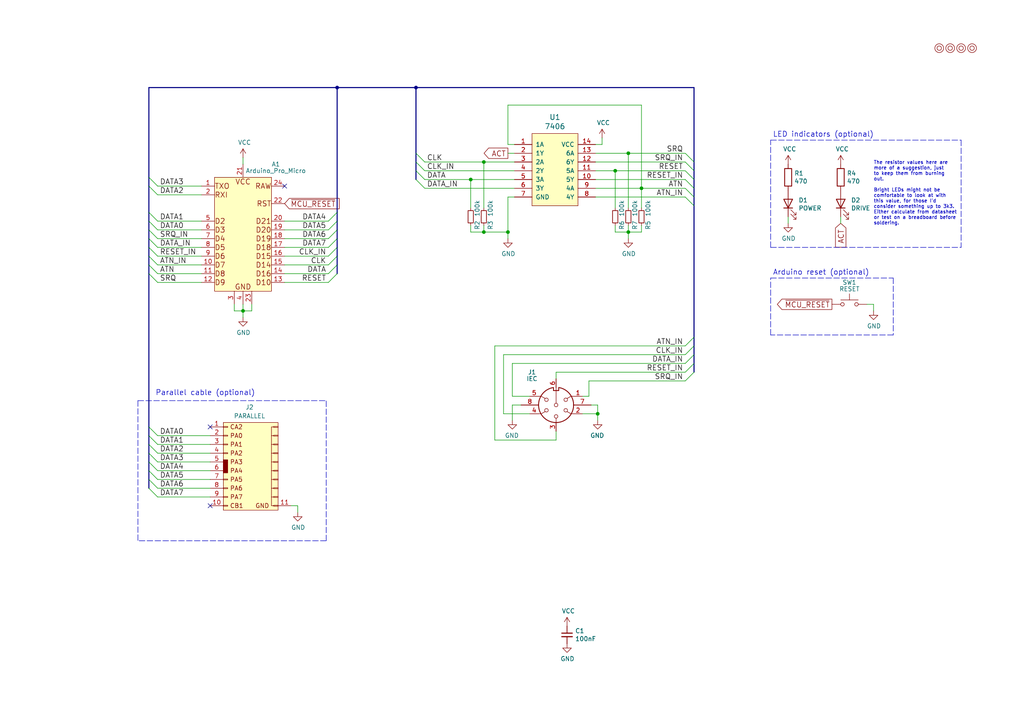
<source format=kicad_sch>
(kicad_sch (version 20211123) (generator eeschema)

  (uuid 774ee1b9-2d04-4370-825a-c4266d105e74)

  (paper "A4")

  (title_block
    (title "Commodore 64 XUM1541-II")
    (rev "A")
    (comment 3 "work with later OpenCBM firmware. Parallel connector changed to match SpeedDOS adapter.")
    (comment 4 "Updated version of my previous C64 XUM1541-II, this adds the 7406 inverter and should ")
  )

  (lib_symbols
    (symbol "7406:7406" (pin_names (offset 1.016)) (in_bom yes) (on_board yes)
      (property "Reference" "IC" (id 0) (at 0.635 -14.605 0)
        (effects (font (size 1.524 1.524)))
      )
      (property "Value" "7406" (id 1) (at 0 10.16 0)
        (effects (font (size 1.524 1.524)))
      )
      (property "Footprint" "" (id 2) (at 3.175 0.635 0)
        (effects (font (size 1.524 1.524)) hide)
      )
      (property "Datasheet" "" (id 3) (at 3.175 0.635 0)
        (effects (font (size 1.524 1.524)) hide)
      )
      (symbol "7406_0_1"
        (rectangle (start -6.35 8.255) (end 6.985 -12.7)
          (stroke (width 0) (type default) (color 0 0 0 0))
          (fill (type background))
        )
      )
      (symbol "7406_1_1"
        (pin input line (at -11.43 5.08 0) (length 5.08)
          (name "1A" (effects (font (size 1.27 1.27))))
          (number "1" (effects (font (size 1.27 1.27))))
        )
        (pin output line (at 12.065 -5.08 180) (length 5.08)
          (name "5Y" (effects (font (size 1.27 1.27))))
          (number "10" (effects (font (size 1.27 1.27))))
        )
        (pin input line (at 12.065 -2.54 180) (length 5.08)
          (name "5A" (effects (font (size 1.27 1.27))))
          (number "11" (effects (font (size 1.27 1.27))))
        )
        (pin output line (at 12.065 0 180) (length 5.08)
          (name "6Y" (effects (font (size 1.27 1.27))))
          (number "12" (effects (font (size 1.27 1.27))))
        )
        (pin input line (at 12.065 2.54 180) (length 5.08)
          (name "6A" (effects (font (size 1.27 1.27))))
          (number "13" (effects (font (size 1.27 1.27))))
        )
        (pin power_in line (at 12.065 5.08 180) (length 5.08)
          (name "VCC" (effects (font (size 1.27 1.27))))
          (number "14" (effects (font (size 1.27 1.27))))
        )
        (pin output line (at -11.43 2.54 0) (length 5.08)
          (name "1Y" (effects (font (size 1.27 1.27))))
          (number "2" (effects (font (size 1.27 1.27))))
        )
        (pin input line (at -11.43 0 0) (length 5.08)
          (name "2A" (effects (font (size 1.27 1.27))))
          (number "3" (effects (font (size 1.27 1.27))))
        )
        (pin output line (at -11.43 -2.54 0) (length 5.08)
          (name "2Y" (effects (font (size 1.27 1.27))))
          (number "4" (effects (font (size 1.27 1.27))))
        )
        (pin input line (at -11.43 -5.08 0) (length 5.08)
          (name "3A" (effects (font (size 1.27 1.27))))
          (number "5" (effects (font (size 1.27 1.27))))
        )
        (pin output line (at -11.43 -7.62 0) (length 5.08)
          (name "3Y" (effects (font (size 1.27 1.27))))
          (number "6" (effects (font (size 1.27 1.27))))
        )
        (pin power_in line (at -11.43 -10.16 0) (length 5.08)
          (name "GND" (effects (font (size 1.27 1.27))))
          (number "7" (effects (font (size 1.27 1.27))))
        )
        (pin output line (at 12.065 -10.16 180) (length 5.08)
          (name "4Y" (effects (font (size 1.27 1.27))))
          (number "8" (effects (font (size 1.27 1.27))))
        )
        (pin input line (at 12.065 -7.62 180) (length 5.08)
          (name "4A" (effects (font (size 1.27 1.27))))
          (number "9" (effects (font (size 1.27 1.27))))
        )
      )
    )
    (symbol "C64_IEC:C64_IEC" (pin_names (offset 1.016)) (in_bom yes) (on_board yes)
      (property "Reference" "J" (id 0) (at 3.175 6.35 0)
        (effects (font (size 1.27 1.27)))
      )
      (property "Value" "C64_IEC" (id 1) (at -10.16 6.35 0)
        (effects (font (size 1.27 1.27)) (justify left))
      )
      (property "Footprint" "" (id 2) (at 0 0 0)
        (effects (font (size 1.27 1.27)) hide)
      )
      (property "Datasheet" "http://www.mouser.com/ds/2/18/40_c091_abd_e-75918.pdf" (id 3) (at 0 0 0)
        (effects (font (size 1.27 1.27)) hide)
      )
      (property "ki_keywords" "circular DIN connector" (id 4) (at 0 0 0)
        (effects (font (size 1.27 1.27)) hide)
      )
      (property "ki_description" "6-pin DIN connector" (id 5) (at 0 0 0)
        (effects (font (size 1.27 1.27)) hide)
      )
      (property "ki_fp_filters" "DIN*" (id 6) (at 0 0 0)
        (effects (font (size 1.27 1.27)) hide)
      )
      (symbol "C64_IEC_0_1"
        (arc (start -5.08 0) (mid 0 -5.08) (end 5.08 0)
          (stroke (width 0.254) (type default) (color 0 0 0 0))
          (fill (type none))
        )
        (circle (center -2.794 -1.524) (radius 0.508)
          (stroke (width 0) (type default) (color 0 0 0 0))
          (fill (type none))
        )
        (circle (center -2.794 1.524) (radius 0.508)
          (stroke (width 0) (type default) (color 0 0 0 0))
          (fill (type none))
        )
        (arc (start -0.762 5.08) (mid -3.8685 3.343) (end -5.08 0)
          (stroke (width 0.254) (type default) (color 0 0 0 0))
          (fill (type none))
        )
        (circle (center 0 -3.302) (radius 0.508)
          (stroke (width 0) (type default) (color 0 0 0 0))
          (fill (type none))
        )
        (polyline
          (pts
            (xy 0 -5.08)
            (xy 0 -3.81)
          )
          (stroke (width 0) (type default) (color 0 0 0 0))
          (fill (type none))
        )
        (polyline
          (pts
            (xy 0 5.08)
            (xy 0 0.508)
          )
          (stroke (width 0) (type default) (color 0 0 0 0))
          (fill (type none))
        )
        (polyline
          (pts
            (xy -5.08 -2.54)
            (xy -4.318 -2.54)
            (xy -3.175 -1.905)
          )
          (stroke (width 0) (type default) (color 0 0 0 0))
          (fill (type none))
        )
        (polyline
          (pts
            (xy -5.08 2.54)
            (xy -4.318 2.54)
            (xy -3.175 1.905)
          )
          (stroke (width 0) (type default) (color 0 0 0 0))
          (fill (type none))
        )
        (polyline
          (pts
            (xy 5.08 -2.54)
            (xy 4.318 -2.54)
            (xy 3.175 -1.905)
          )
          (stroke (width 0) (type default) (color 0 0 0 0))
          (fill (type none))
        )
        (polyline
          (pts
            (xy 5.08 2.54)
            (xy 4.318 2.54)
            (xy 3.175 1.905)
          )
          (stroke (width 0) (type default) (color 0 0 0 0))
          (fill (type none))
        )
        (polyline
          (pts
            (xy 0.762 4.953)
            (xy 0.762 4.191)
            (xy -0.762 4.191)
            (xy -0.762 4.953)
          )
          (stroke (width 0.254) (type default) (color 0 0 0 0))
          (fill (type none))
        )
        (circle (center 0 0) (radius 0.508)
          (stroke (width 0) (type default) (color 0 0 0 0))
          (fill (type none))
        )
        (circle (center 2.794 -1.524) (radius 0.508)
          (stroke (width 0) (type default) (color 0 0 0 0))
          (fill (type none))
        )
        (circle (center 2.794 1.524) (radius 0.508)
          (stroke (width 0) (type default) (color 0 0 0 0))
          (fill (type none))
        )
        (arc (start 5.08 0) (mid 3.8609 3.3364) (end 0.762 5.08)
          (stroke (width 0.254) (type default) (color 0 0 0 0))
          (fill (type none))
        )
      )
      (symbol "C64_IEC_1_1"
        (pin passive line (at 7.62 2.54 180) (length 2.54)
          (name "~" (effects (font (size 1.27 1.27))))
          (number "1" (effects (font (size 1.27 1.27))))
        )
        (pin passive line (at 7.62 -2.54 180) (length 2.54)
          (name "~" (effects (font (size 1.27 1.27))))
          (number "2" (effects (font (size 1.27 1.27))))
        )
        (pin passive line (at 0 -7.62 90) (length 2.54)
          (name "~" (effects (font (size 1.27 1.27))))
          (number "3" (effects (font (size 1.27 1.27))))
        )
        (pin passive line (at -7.62 -2.54 0) (length 2.54)
          (name "~" (effects (font (size 1.27 1.27))))
          (number "4" (effects (font (size 1.27 1.27))))
        )
        (pin passive line (at -7.62 2.54 0) (length 2.54)
          (name "~" (effects (font (size 1.27 1.27))))
          (number "5" (effects (font (size 1.27 1.27))))
        )
        (pin passive line (at 0 7.62 270) (length 2.54)
          (name "~" (effects (font (size 1.27 1.27))))
          (number "6" (effects (font (size 1.27 1.27))))
        )
        (pin power_in line (at 10.16 0 180) (length 5.08)
          (name "~" (effects (font (size 1.27 1.27))))
          (number "7" (effects (font (size 1.27 1.27))))
        )
        (pin power_in line (at -10.16 0 0) (length 5.08)
          (name "~" (effects (font (size 1.27 1.27))))
          (number "8" (effects (font (size 1.27 1.27))))
        )
      )
    )
    (symbol "Device:C_Small" (pin_numbers hide) (pin_names (offset 0.254) hide) (in_bom yes) (on_board yes)
      (property "Reference" "C" (id 0) (at 0.254 1.778 0)
        (effects (font (size 1.27 1.27)) (justify left))
      )
      (property "Value" "C_Small" (id 1) (at 0.254 -2.032 0)
        (effects (font (size 1.27 1.27)) (justify left))
      )
      (property "Footprint" "" (id 2) (at 0 0 0)
        (effects (font (size 1.27 1.27)) hide)
      )
      (property "Datasheet" "~" (id 3) (at 0 0 0)
        (effects (font (size 1.27 1.27)) hide)
      )
      (property "ki_keywords" "capacitor cap" (id 4) (at 0 0 0)
        (effects (font (size 1.27 1.27)) hide)
      )
      (property "ki_description" "Unpolarized capacitor, small symbol" (id 5) (at 0 0 0)
        (effects (font (size 1.27 1.27)) hide)
      )
      (property "ki_fp_filters" "C_*" (id 6) (at 0 0 0)
        (effects (font (size 1.27 1.27)) hide)
      )
      (symbol "C_Small_0_1"
        (polyline
          (pts
            (xy -1.524 -0.508)
            (xy 1.524 -0.508)
          )
          (stroke (width 0.3302) (type default) (color 0 0 0 0))
          (fill (type none))
        )
        (polyline
          (pts
            (xy -1.524 0.508)
            (xy 1.524 0.508)
          )
          (stroke (width 0.3048) (type default) (color 0 0 0 0))
          (fill (type none))
        )
      )
      (symbol "C_Small_1_1"
        (pin passive line (at 0 2.54 270) (length 2.032)
          (name "~" (effects (font (size 1.27 1.27))))
          (number "1" (effects (font (size 1.27 1.27))))
        )
        (pin passive line (at 0 -2.54 90) (length 2.032)
          (name "~" (effects (font (size 1.27 1.27))))
          (number "2" (effects (font (size 1.27 1.27))))
        )
      )
    )
    (symbol "Device:LED" (pin_numbers hide) (pin_names (offset 1.016) hide) (in_bom yes) (on_board yes)
      (property "Reference" "D" (id 0) (at 0 2.54 0)
        (effects (font (size 1.27 1.27)))
      )
      (property "Value" "LED" (id 1) (at 0 -2.54 0)
        (effects (font (size 1.27 1.27)))
      )
      (property "Footprint" "" (id 2) (at 0 0 0)
        (effects (font (size 1.27 1.27)) hide)
      )
      (property "Datasheet" "~" (id 3) (at 0 0 0)
        (effects (font (size 1.27 1.27)) hide)
      )
      (property "ki_keywords" "LED diode" (id 4) (at 0 0 0)
        (effects (font (size 1.27 1.27)) hide)
      )
      (property "ki_description" "Light emitting diode" (id 5) (at 0 0 0)
        (effects (font (size 1.27 1.27)) hide)
      )
      (property "ki_fp_filters" "LED* LED_SMD:* LED_THT:*" (id 6) (at 0 0 0)
        (effects (font (size 1.27 1.27)) hide)
      )
      (symbol "LED_0_1"
        (polyline
          (pts
            (xy -1.27 -1.27)
            (xy -1.27 1.27)
          )
          (stroke (width 0.254) (type default) (color 0 0 0 0))
          (fill (type none))
        )
        (polyline
          (pts
            (xy -1.27 0)
            (xy 1.27 0)
          )
          (stroke (width 0) (type default) (color 0 0 0 0))
          (fill (type none))
        )
        (polyline
          (pts
            (xy 1.27 -1.27)
            (xy 1.27 1.27)
            (xy -1.27 0)
            (xy 1.27 -1.27)
          )
          (stroke (width 0.254) (type default) (color 0 0 0 0))
          (fill (type none))
        )
        (polyline
          (pts
            (xy -3.048 -0.762)
            (xy -4.572 -2.286)
            (xy -3.81 -2.286)
            (xy -4.572 -2.286)
            (xy -4.572 -1.524)
          )
          (stroke (width 0) (type default) (color 0 0 0 0))
          (fill (type none))
        )
        (polyline
          (pts
            (xy -1.778 -0.762)
            (xy -3.302 -2.286)
            (xy -2.54 -2.286)
            (xy -3.302 -2.286)
            (xy -3.302 -1.524)
          )
          (stroke (width 0) (type default) (color 0 0 0 0))
          (fill (type none))
        )
      )
      (symbol "LED_1_1"
        (pin passive line (at -3.81 0 0) (length 2.54)
          (name "K" (effects (font (size 1.27 1.27))))
          (number "1" (effects (font (size 1.27 1.27))))
        )
        (pin passive line (at 3.81 0 180) (length 2.54)
          (name "A" (effects (font (size 1.27 1.27))))
          (number "2" (effects (font (size 1.27 1.27))))
        )
      )
    )
    (symbol "Device:R" (pin_numbers hide) (pin_names (offset 0)) (in_bom yes) (on_board yes)
      (property "Reference" "R" (id 0) (at 2.032 0 90)
        (effects (font (size 1.27 1.27)))
      )
      (property "Value" "R" (id 1) (at 0 0 90)
        (effects (font (size 1.27 1.27)))
      )
      (property "Footprint" "" (id 2) (at -1.778 0 90)
        (effects (font (size 1.27 1.27)) hide)
      )
      (property "Datasheet" "~" (id 3) (at 0 0 0)
        (effects (font (size 1.27 1.27)) hide)
      )
      (property "ki_keywords" "R res resistor" (id 4) (at 0 0 0)
        (effects (font (size 1.27 1.27)) hide)
      )
      (property "ki_description" "Resistor" (id 5) (at 0 0 0)
        (effects (font (size 1.27 1.27)) hide)
      )
      (property "ki_fp_filters" "R_*" (id 6) (at 0 0 0)
        (effects (font (size 1.27 1.27)) hide)
      )
      (symbol "R_0_1"
        (rectangle (start -1.016 -2.54) (end 1.016 2.54)
          (stroke (width 0.254) (type default) (color 0 0 0 0))
          (fill (type none))
        )
      )
      (symbol "R_1_1"
        (pin passive line (at 0 3.81 270) (length 1.27)
          (name "~" (effects (font (size 1.27 1.27))))
          (number "1" (effects (font (size 1.27 1.27))))
        )
        (pin passive line (at 0 -3.81 90) (length 1.27)
          (name "~" (effects (font (size 1.27 1.27))))
          (number "2" (effects (font (size 1.27 1.27))))
        )
      )
    )
    (symbol "Device:R_Small" (pin_numbers hide) (pin_names (offset 0.254) hide) (in_bom yes) (on_board yes)
      (property "Reference" "R" (id 0) (at 0.762 0.508 0)
        (effects (font (size 1.27 1.27)) (justify left))
      )
      (property "Value" "R_Small" (id 1) (at 0.762 -1.016 0)
        (effects (font (size 1.27 1.27)) (justify left))
      )
      (property "Footprint" "" (id 2) (at 0 0 0)
        (effects (font (size 1.27 1.27)) hide)
      )
      (property "Datasheet" "~" (id 3) (at 0 0 0)
        (effects (font (size 1.27 1.27)) hide)
      )
      (property "ki_keywords" "R resistor" (id 4) (at 0 0 0)
        (effects (font (size 1.27 1.27)) hide)
      )
      (property "ki_description" "Resistor, small symbol" (id 5) (at 0 0 0)
        (effects (font (size 1.27 1.27)) hide)
      )
      (property "ki_fp_filters" "R_*" (id 6) (at 0 0 0)
        (effects (font (size 1.27 1.27)) hide)
      )
      (symbol "R_Small_0_1"
        (rectangle (start -0.762 1.778) (end 0.762 -1.778)
          (stroke (width 0.2032) (type default) (color 0 0 0 0))
          (fill (type none))
        )
      )
      (symbol "R_Small_1_1"
        (pin passive line (at 0 2.54 270) (length 0.762)
          (name "~" (effects (font (size 1.27 1.27))))
          (number "1" (effects (font (size 1.27 1.27))))
        )
        (pin passive line (at 0 -2.54 90) (length 0.762)
          (name "~" (effects (font (size 1.27 1.27))))
          (number "2" (effects (font (size 1.27 1.27))))
        )
      )
    )
    (symbol "Switch:SW_Push" (pin_numbers hide) (pin_names (offset 1.016) hide) (in_bom yes) (on_board yes)
      (property "Reference" "SW" (id 0) (at 1.27 2.54 0)
        (effects (font (size 1.27 1.27)) (justify left))
      )
      (property "Value" "SW_Push" (id 1) (at 0 -1.524 0)
        (effects (font (size 1.27 1.27)))
      )
      (property "Footprint" "" (id 2) (at 0 5.08 0)
        (effects (font (size 1.27 1.27)) hide)
      )
      (property "Datasheet" "~" (id 3) (at 0 5.08 0)
        (effects (font (size 1.27 1.27)) hide)
      )
      (property "ki_keywords" "switch normally-open pushbutton push-button" (id 4) (at 0 0 0)
        (effects (font (size 1.27 1.27)) hide)
      )
      (property "ki_description" "Push button switch, generic, two pins" (id 5) (at 0 0 0)
        (effects (font (size 1.27 1.27)) hide)
      )
      (symbol "SW_Push_0_1"
        (circle (center -2.032 0) (radius 0.508)
          (stroke (width 0) (type default) (color 0 0 0 0))
          (fill (type none))
        )
        (polyline
          (pts
            (xy 0 1.27)
            (xy 0 3.048)
          )
          (stroke (width 0) (type default) (color 0 0 0 0))
          (fill (type none))
        )
        (polyline
          (pts
            (xy 2.54 1.27)
            (xy -2.54 1.27)
          )
          (stroke (width 0) (type default) (color 0 0 0 0))
          (fill (type none))
        )
        (circle (center 2.032 0) (radius 0.508)
          (stroke (width 0) (type default) (color 0 0 0 0))
          (fill (type none))
        )
        (pin passive line (at -5.08 0 0) (length 2.54)
          (name "1" (effects (font (size 1.27 1.27))))
          (number "1" (effects (font (size 1.27 1.27))))
        )
        (pin passive line (at 5.08 0 180) (length 2.54)
          (name "2" (effects (font (size 1.27 1.27))))
          (number "2" (effects (font (size 1.27 1.27))))
        )
      )
    )
    (symbol "arduino_pro_micro:Arduino_Pro_Micro" (pin_names (offset 1.016) hide) (in_bom yes) (on_board yes)
      (property "Reference" "A" (id 0) (at -6.985 10.16 0)
        (effects (font (size 1.27 1.27)))
      )
      (property "Value" "Arduino_Pro_Micro" (id 1) (at 0 -8.89 90)
        (effects (font (size 1.27 1.27)))
      )
      (property "Footprint" "" (id 2) (at -1.27 0 0)
        (effects (font (size 1.27 1.27)) hide)
      )
      (property "Datasheet" "~" (id 3) (at -1.27 0 0)
        (effects (font (size 1.27 1.27)) hide)
      )
      (property "ki_keywords" "connector" (id 4) (at 0 0 0)
        (effects (font (size 1.27 1.27)) hide)
      )
      (property "ki_description" "Generic connector, double row, 02x08, counter clockwise pin numbering scheme (similar to DIP packge numbering)" (id 5) (at 0 0 0)
        (effects (font (size 1.27 1.27)) hide)
      )
      (property "ki_fp_filters" "Connector*:*2x??x*mm* Connector*:*2x???Pitch*" (id 6) (at 0 0 0)
        (effects (font (size 1.27 1.27)) hide)
      )
      (symbol "Arduino_Pro_Micro_0_0"
        (rectangle (start -8.255 8.89) (end 8.255 -24.13)
          (stroke (width 0) (type default) (color 0 0 0 0))
          (fill (type background))
        )
        (text "D10" (at 8.255 -21.59 0)
          (effects (font (size 1.524 1.524)) (justify right))
        )
        (text "D14" (at 8.255 -16.51 0)
          (effects (font (size 1.524 1.524)) (justify right))
        )
        (text "D15" (at 8.255 -13.97 0)
          (effects (font (size 1.524 1.524)) (justify right))
        )
        (text "D16" (at 8.255 -19.05 0)
          (effects (font (size 1.524 1.524)) (justify right))
        )
        (text "D18" (at 8.255 -11.43 0)
          (effects (font (size 1.524 1.524)) (justify right))
        )
        (text "D19" (at 8.255 -8.89 0)
          (effects (font (size 1.524 1.524)) (justify right))
        )
        (text "D2" (at -8.255 -3.81 0)
          (effects (font (size 1.524 1.524)) (justify left))
        )
        (text "D20" (at 8.255 -6.35 0)
          (effects (font (size 1.524 1.524)) (justify right))
        )
        (text "D21" (at 8.255 -3.81 0)
          (effects (font (size 1.524 1.524)) (justify right))
        )
        (text "D3" (at -8.255 -6.35 0)
          (effects (font (size 1.524 1.524)) (justify left))
        )
        (text "D4" (at -8.255 -8.89 0)
          (effects (font (size 1.524 1.524)) (justify left))
        )
        (text "D5" (at -8.255 -11.43 0)
          (effects (font (size 1.524 1.524)) (justify left))
        )
        (text "D6" (at -8.255 -13.97 0)
          (effects (font (size 1.524 1.524)) (justify left))
        )
        (text "D7" (at -8.255 -16.51 0)
          (effects (font (size 1.524 1.524)) (justify left))
        )
        (text "D8" (at -8.255 -19.05 0)
          (effects (font (size 1.524 1.524)) (justify left))
        )
        (text "D9" (at -8.255 -21.59 0)
          (effects (font (size 1.524 1.524)) (justify left))
        )
        (text "GND" (at 0 -22.86 0)
          (effects (font (size 1.524 1.524)))
        )
        (text "RAW" (at 8.255 6.35 0)
          (effects (font (size 1.524 1.524)) (justify right))
        )
        (text "RST" (at 8.255 1.27 0)
          (effects (font (size 1.524 1.524)) (justify right))
        )
        (text "RXI" (at -8.255 3.81 0)
          (effects (font (size 1.524 1.524)) (justify left))
        )
        (text "TXO" (at -8.255 6.35 0)
          (effects (font (size 1.524 1.524)) (justify left))
        )
        (text "VCC" (at 0 7.62 0)
          (effects (font (size 1.524 1.524)))
        )
      )
      (symbol "Arduino_Pro_Micro_1_1"
        (pin output line (at -12.065 6.35 0) (length 3.81)
          (name "TXO" (effects (font (size 1.27 1.27))))
          (number "1" (effects (font (size 1.27 1.27))))
        )
        (pin bidirectional line (at -12.065 -16.51 0) (length 3.81)
          (name "D7" (effects (font (size 1.27 1.27))))
          (number "10" (effects (font (size 1.27 1.27))))
        )
        (pin bidirectional line (at -12.065 -19.05 0) (length 3.81)
          (name "D8" (effects (font (size 1.27 1.27))))
          (number "11" (effects (font (size 1.27 1.27))))
        )
        (pin bidirectional line (at -12.065 -21.59 0) (length 3.81)
          (name "D9" (effects (font (size 1.27 1.27))))
          (number "12" (effects (font (size 1.27 1.27))))
        )
        (pin bidirectional line (at 12.065 -21.59 180) (length 3.81)
          (name "D10" (effects (font (size 1.27 1.27))))
          (number "13" (effects (font (size 1.27 1.27))))
        )
        (pin bidirectional line (at 12.065 -19.05 180) (length 3.81)
          (name "D16" (effects (font (size 1.27 1.27))))
          (number "14" (effects (font (size 1.27 1.27))))
        )
        (pin bidirectional line (at 12.065 -16.51 180) (length 3.81)
          (name "D14" (effects (font (size 1.27 1.27))))
          (number "15" (effects (font (size 1.27 1.27))))
        )
        (pin bidirectional line (at 12.065 -13.97 180) (length 3.81)
          (name "D15" (effects (font (size 1.27 1.27))))
          (number "16" (effects (font (size 1.27 1.27))))
        )
        (pin bidirectional line (at 12.065 -11.43 180) (length 3.81)
          (name "D18" (effects (font (size 1.27 1.27))))
          (number "17" (effects (font (size 1.27 1.27))))
        )
        (pin bidirectional line (at 12.065 -8.89 180) (length 3.81)
          (name "D19" (effects (font (size 1.27 1.27))))
          (number "18" (effects (font (size 1.27 1.27))))
        )
        (pin bidirectional line (at 12.065 -6.35 180) (length 3.81)
          (name "D20" (effects (font (size 1.27 1.27))))
          (number "19" (effects (font (size 1.27 1.27))))
        )
        (pin input line (at -12.065 3.81 0) (length 3.81)
          (name "RXI" (effects (font (size 1.27 1.27))))
          (number "2" (effects (font (size 1.27 1.27))))
        )
        (pin bidirectional line (at 12.065 -3.81 180) (length 3.81)
          (name "D21" (effects (font (size 1.27 1.27))))
          (number "20" (effects (font (size 1.27 1.27))))
        )
        (pin power_out line (at 0 12.7 270) (length 3.81)
          (name "VCC" (effects (font (size 1.27 1.27))))
          (number "21" (effects (font (size 1.27 1.27))))
        )
        (pin input line (at 12.065 1.27 180) (length 3.81)
          (name "RST" (effects (font (size 1.27 1.27))))
          (number "22" (effects (font (size 1.27 1.27))))
        )
        (pin power_out line (at 2.54 -27.94 90) (length 3.81)
          (name "GND" (effects (font (size 1.27 1.27))))
          (number "23" (effects (font (size 1.27 1.27))))
        )
        (pin power_in line (at 12.065 6.35 180) (length 3.81)
          (name "RAW" (effects (font (size 1.27 1.27))))
          (number "24" (effects (font (size 1.27 1.27))))
        )
        (pin passive line (at -2.54 -27.94 90) (length 3.81)
          (name "GND" (effects (font (size 1.27 1.27))))
          (number "3" (effects (font (size 1.27 1.27))))
        )
        (pin passive line (at 0 -27.94 90) (length 3.81)
          (name "GND" (effects (font (size 1.27 1.27))))
          (number "4" (effects (font (size 1.27 1.27))))
        )
        (pin bidirectional line (at -12.065 -3.81 0) (length 3.81)
          (name "D2" (effects (font (size 1.27 1.27))))
          (number "5" (effects (font (size 1.27 1.27))))
        )
        (pin bidirectional line (at -12.065 -6.35 0) (length 3.81)
          (name "D3" (effects (font (size 1.27 1.27))))
          (number "6" (effects (font (size 1.27 1.27))))
        )
        (pin bidirectional line (at -12.065 -8.89 0) (length 3.81)
          (name "D4" (effects (font (size 1.27 1.27))))
          (number "7" (effects (font (size 1.27 1.27))))
        )
        (pin bidirectional line (at -12.065 -11.43 0) (length 3.81)
          (name "D5" (effects (font (size 1.27 1.27))))
          (number "8" (effects (font (size 1.27 1.27))))
        )
        (pin bidirectional line (at -12.065 -13.97 0) (length 3.81)
          (name "D6" (effects (font (size 1.27 1.27))))
          (number "9" (effects (font (size 1.27 1.27))))
        )
      )
    )
    (symbol "mounting:Mounting" (pin_names (offset 1.016) hide) (in_bom yes) (on_board yes)
      (property "Reference" "M" (id 0) (at 0 2.54 0)
        (effects (font (size 1.27 1.27)) hide)
      )
      (property "Value" "Mounting" (id 1) (at 0 -1.905 0)
        (effects (font (size 1.27 1.27)) hide)
      )
      (property "Footprint" "" (id 2) (at 0 0 0)
        (effects (font (size 1.27 1.27)) hide)
      )
      (property "Datasheet" "~" (id 3) (at 0 0 0)
        (effects (font (size 1.27 1.27)) hide)
      )
      (property "ki_keywords" "connector" (id 4) (at 0 0 0)
        (effects (font (size 1.27 1.27)) hide)
      )
      (property "ki_description" "Generic connector, single row, 01x01" (id 5) (at 0 0 0)
        (effects (font (size 1.27 1.27)) hide)
      )
      (property "ki_fp_filters" "Connector*:*_??x*mm* Connector*:*1x??x*mm* Pin?Header?Straight?1X* Pin?Header?Angled?1X* Socket?Strip?Straight?1X* Socket?Strip?Angled?1X*" (id 6) (at 0 0 0)
        (effects (font (size 1.27 1.27)) hide)
      )
      (symbol "Mounting_0_1"
        (circle (center 0 0) (radius 0.635)
          (stroke (width 0) (type default) (color 0 0 0 0))
          (fill (type none))
        )
        (circle (center 0 0) (radius 1.27)
          (stroke (width 0) (type default) (color 0 0 0 0))
          (fill (type none))
        )
      )
      (symbol "Mounting_1_1"
        (pin no_connect line (at -5.08 0 0) (length 3.81) hide
          (name "Pin_1" (effects (font (size 1.27 1.27))))
          (number "1" (effects (font (size 1.27 1.27))))
        )
      )
    )
    (symbol "power:GND" (power) (pin_names (offset 0)) (in_bom yes) (on_board yes)
      (property "Reference" "#PWR" (id 0) (at 0 -6.35 0)
        (effects (font (size 1.27 1.27)) hide)
      )
      (property "Value" "GND" (id 1) (at 0 -3.81 0)
        (effects (font (size 1.27 1.27)))
      )
      (property "Footprint" "" (id 2) (at 0 0 0)
        (effects (font (size 1.27 1.27)) hide)
      )
      (property "Datasheet" "" (id 3) (at 0 0 0)
        (effects (font (size 1.27 1.27)) hide)
      )
      (property "ki_keywords" "power-flag" (id 4) (at 0 0 0)
        (effects (font (size 1.27 1.27)) hide)
      )
      (property "ki_description" "Power symbol creates a global label with name \"GND\" , ground" (id 5) (at 0 0 0)
        (effects (font (size 1.27 1.27)) hide)
      )
      (symbol "GND_0_1"
        (polyline
          (pts
            (xy 0 0)
            (xy 0 -1.27)
            (xy 1.27 -1.27)
            (xy 0 -2.54)
            (xy -1.27 -1.27)
            (xy 0 -1.27)
          )
          (stroke (width 0) (type default) (color 0 0 0 0))
          (fill (type none))
        )
      )
      (symbol "GND_1_1"
        (pin power_in line (at 0 0 270) (length 0) hide
          (name "GND" (effects (font (size 1.27 1.27))))
          (number "1" (effects (font (size 1.27 1.27))))
        )
      )
    )
    (symbol "power:VCC" (power) (pin_names (offset 0)) (in_bom yes) (on_board yes)
      (property "Reference" "#PWR" (id 0) (at 0 -3.81 0)
        (effects (font (size 1.27 1.27)) hide)
      )
      (property "Value" "VCC" (id 1) (at 0 3.81 0)
        (effects (font (size 1.27 1.27)))
      )
      (property "Footprint" "" (id 2) (at 0 0 0)
        (effects (font (size 1.27 1.27)) hide)
      )
      (property "Datasheet" "" (id 3) (at 0 0 0)
        (effects (font (size 1.27 1.27)) hide)
      )
      (property "ki_keywords" "power-flag" (id 4) (at 0 0 0)
        (effects (font (size 1.27 1.27)) hide)
      )
      (property "ki_description" "Power symbol creates a global label with name \"VCC\"" (id 5) (at 0 0 0)
        (effects (font (size 1.27 1.27)) hide)
      )
      (symbol "VCC_0_1"
        (polyline
          (pts
            (xy -0.762 1.27)
            (xy 0 2.54)
          )
          (stroke (width 0) (type default) (color 0 0 0 0))
          (fill (type none))
        )
        (polyline
          (pts
            (xy 0 0)
            (xy 0 2.54)
          )
          (stroke (width 0) (type default) (color 0 0 0 0))
          (fill (type none))
        )
        (polyline
          (pts
            (xy 0 2.54)
            (xy 0.762 1.27)
          )
          (stroke (width 0) (type default) (color 0 0 0 0))
          (fill (type none))
        )
      )
      (symbol "VCC_1_1"
        (pin power_in line (at 0 0 90) (length 0) hide
          (name "VCC" (effects (font (size 1.27 1.27))))
          (number "1" (effects (font (size 1.27 1.27))))
        )
      )
    )
    (symbol "speed_dos:Speed_DOS_IDC" (pin_names (offset 1.016) hide) (in_bom yes) (on_board yes)
      (property "Reference" "J" (id 0) (at 0 7.62 0)
        (effects (font (size 1.27 1.27)))
      )
      (property "Value" "Speed_DOS_IDC" (id 1) (at 0 -20.32 0)
        (effects (font (size 1.27 1.27)))
      )
      (property "Footprint" "" (id 2) (at 0.635 -8.255 0)
        (effects (font (size 1.27 1.27)) hide)
      )
      (property "Datasheet" "" (id 3) (at 0.635 -8.255 0)
        (effects (font (size 1.27 1.27)) hide)
      )
      (symbol "Speed_DOS_IDC_1_1"
        (rectangle (start -7.62 -17.653) (end -6.35 -17.907)
          (stroke (width 0.1524) (type default) (color 0 0 0 0))
          (fill (type none))
        )
        (rectangle (start -7.62 -15.113) (end -6.35 -15.367)
          (stroke (width 0.1524) (type default) (color 0 0 0 0))
          (fill (type none))
        )
        (rectangle (start -7.62 -12.573) (end -6.35 -12.827)
          (stroke (width 0.1524) (type default) (color 0 0 0 0))
          (fill (type none))
        )
        (rectangle (start -7.62 -10.033) (end -6.35 -10.287)
          (stroke (width 0.1524) (type default) (color 0 0 0 0))
          (fill (type none))
        )
        (rectangle (start -7.62 -7.493) (end -6.35 -7.747)
          (stroke (width 0.1524) (type default) (color 0 0 0 0))
          (fill (type none))
        )
        (rectangle (start -7.62 -4.953) (end -6.35 -5.207)
          (stroke (width 0.1524) (type default) (color 0 0 0 0))
          (fill (type none))
        )
        (rectangle (start -7.62 -4.445) (end -6.35 -8.255)
          (stroke (width 0) (type default) (color 0 0 0 0))
          (fill (type outline))
        )
        (rectangle (start -7.62 -2.413) (end -6.35 -2.667)
          (stroke (width 0.1524) (type default) (color 0 0 0 0))
          (fill (type none))
        )
        (rectangle (start -7.62 0.127) (end -6.35 -0.127)
          (stroke (width 0.1524) (type default) (color 0 0 0 0))
          (fill (type none))
        )
        (rectangle (start -7.62 2.667) (end -6.35 2.413)
          (stroke (width 0.1524) (type default) (color 0 0 0 0))
          (fill (type none))
        )
        (rectangle (start -7.62 5.207) (end -6.35 4.953)
          (stroke (width 0.1524) (type default) (color 0 0 0 0))
          (fill (type none))
        )
        (rectangle (start -7.62 6.35) (end 8.255 -19.05)
          (stroke (width 0) (type default) (color 0 0 0 0))
          (fill (type background))
        )
        (polyline
          (pts
            (xy 6.985 -15.24)
            (xy 6.35 -15.24)
          )
          (stroke (width 0) (type default) (color 0 0 0 0))
          (fill (type none))
        )
        (polyline
          (pts
            (xy 6.985 -12.7)
            (xy 6.35 -12.7)
          )
          (stroke (width 0) (type default) (color 0 0 0 0))
          (fill (type none))
        )
        (polyline
          (pts
            (xy 6.985 -10.16)
            (xy 6.35 -10.16)
          )
          (stroke (width 0) (type default) (color 0 0 0 0))
          (fill (type none))
        )
        (polyline
          (pts
            (xy 6.985 -7.62)
            (xy 6.35 -7.62)
          )
          (stroke (width 0) (type default) (color 0 0 0 0))
          (fill (type none))
        )
        (polyline
          (pts
            (xy 6.985 -5.08)
            (xy 6.35 -5.08)
          )
          (stroke (width 0) (type default) (color 0 0 0 0))
          (fill (type none))
        )
        (polyline
          (pts
            (xy 6.985 -2.54)
            (xy 6.35 -2.54)
          )
          (stroke (width 0) (type default) (color 0 0 0 0))
          (fill (type none))
        )
        (polyline
          (pts
            (xy 6.985 0)
            (xy 6.35 0)
          )
          (stroke (width 0) (type default) (color 0 0 0 0))
          (fill (type none))
        )
        (polyline
          (pts
            (xy 6.985 2.54)
            (xy 6.35 2.54)
          )
          (stroke (width 0) (type default) (color 0 0 0 0))
          (fill (type none))
        )
        (polyline
          (pts
            (xy 6.985 -17.78)
            (xy 6.35 -17.78)
            (xy 6.35 5.08)
            (xy 6.985 5.08)
          )
          (stroke (width 0) (type default) (color 0 0 0 0))
          (fill (type none))
        )
        (rectangle (start 8.255 -17.653) (end 6.985 -17.907)
          (stroke (width 0.1524) (type default) (color 0 0 0 0))
          (fill (type none))
        )
        (rectangle (start 8.255 -15.113) (end 6.985 -15.367)
          (stroke (width 0.1524) (type default) (color 0 0 0 0))
          (fill (type none))
        )
        (rectangle (start 8.255 -12.573) (end 6.985 -12.827)
          (stroke (width 0.1524) (type default) (color 0 0 0 0))
          (fill (type none))
        )
        (rectangle (start 8.255 -10.033) (end 6.985 -10.287)
          (stroke (width 0.1524) (type default) (color 0 0 0 0))
          (fill (type none))
        )
        (rectangle (start 8.255 -7.493) (end 6.985 -7.747)
          (stroke (width 0.1524) (type default) (color 0 0 0 0))
          (fill (type none))
        )
        (rectangle (start 8.255 -4.953) (end 6.985 -5.207)
          (stroke (width 0.1524) (type default) (color 0 0 0 0))
          (fill (type none))
        )
        (rectangle (start 8.255 -2.413) (end 6.985 -2.667)
          (stroke (width 0.1524) (type default) (color 0 0 0 0))
          (fill (type none))
        )
        (rectangle (start 8.255 0.127) (end 6.985 -0.127)
          (stroke (width 0.1524) (type default) (color 0 0 0 0))
          (fill (type none))
        )
        (rectangle (start 8.255 2.667) (end 6.985 2.413)
          (stroke (width 0.1524) (type default) (color 0 0 0 0))
          (fill (type none))
        )
        (rectangle (start 8.255 5.207) (end 6.985 4.953)
          (stroke (width 0.1524) (type default) (color 0 0 0 0))
          (fill (type none))
        )
        (text "CA2" (at -5.715 5.08 0)
          (effects (font (size 1.27 1.27)) (justify left))
        )
        (text "CB1" (at -5.715 -17.78 0)
          (effects (font (size 1.27 1.27)) (justify left))
        )
        (text "GND" (at 5.715 -17.78 0)
          (effects (font (size 1.27 1.27)) (justify right))
        )
        (text "PA0" (at -5.715 2.54 0)
          (effects (font (size 1.27 1.27)) (justify left))
        )
        (text "PA1" (at -5.715 0 0)
          (effects (font (size 1.27 1.27)) (justify left))
        )
        (text "PA2" (at -5.715 -2.54 0)
          (effects (font (size 1.27 1.27)) (justify left))
        )
        (text "PA3" (at -5.715 -5.08 0)
          (effects (font (size 1.27 1.27)) (justify left))
        )
        (text "PA4" (at -5.715 -7.62 0)
          (effects (font (size 1.27 1.27)) (justify left))
        )
        (text "PA5" (at -5.715 -10.16 0)
          (effects (font (size 1.27 1.27)) (justify left))
        )
        (text "PA6" (at -5.715 -12.7 0)
          (effects (font (size 1.27 1.27)) (justify left))
        )
        (text "PA7" (at -5.715 -15.24 0)
          (effects (font (size 1.27 1.27)) (justify left))
        )
        (pin passive line (at -11.43 5.08 0) (length 3.81)
          (name "Pin_1" (effects (font (size 1.27 1.27))))
          (number "1" (effects (font (size 1.27 1.27))))
        )
        (pin passive line (at -11.43 -17.78 0) (length 3.81)
          (name "Pin_10" (effects (font (size 1.27 1.27))))
          (number "10" (effects (font (size 1.27 1.27))))
        )
        (pin power_in line (at 12.065 -17.78 180) (length 3.81)
          (name "Pin_11" (effects (font (size 1.27 1.27))))
          (number "11" (effects (font (size 1.27 1.27))))
        )
        (pin passive line (at -11.43 2.54 0) (length 3.81)
          (name "Pin_2" (effects (font (size 1.27 1.27))))
          (number "2" (effects (font (size 1.27 1.27))))
        )
        (pin passive line (at -11.43 0 0) (length 3.81)
          (name "Pin_3" (effects (font (size 1.27 1.27))))
          (number "3" (effects (font (size 1.27 1.27))))
        )
        (pin passive line (at -11.43 -2.54 0) (length 3.81)
          (name "Pin_4" (effects (font (size 1.27 1.27))))
          (number "4" (effects (font (size 1.27 1.27))))
        )
        (pin passive line (at -11.43 -5.08 0) (length 3.81)
          (name "Pin_5" (effects (font (size 1.27 1.27))))
          (number "5" (effects (font (size 1.27 1.27))))
        )
        (pin passive line (at -11.43 -7.62 0) (length 3.81)
          (name "Pin_6" (effects (font (size 1.27 1.27))))
          (number "6" (effects (font (size 1.27 1.27))))
        )
        (pin passive line (at -11.43 -10.16 0) (length 3.81)
          (name "Pin_5" (effects (font (size 1.27 1.27))))
          (number "7" (effects (font (size 1.27 1.27))))
        )
        (pin passive line (at -11.43 -12.7 0) (length 3.81)
          (name "Pin_8" (effects (font (size 1.27 1.27))))
          (number "8" (effects (font (size 1.27 1.27))))
        )
        (pin passive line (at -11.43 -15.24 0) (length 3.81)
          (name "Pin_9" (effects (font (size 1.27 1.27))))
          (number "9" (effects (font (size 1.27 1.27))))
        )
      )
    )
  )

  (junction (at 97.79 25.4) (diameter 0) (color 0 0 0 0)
    (uuid 4a754134-c41c-4d81-bd6e-19aa1c3e14c0)
  )
  (junction (at 120.65 25.4) (diameter 0) (color 0 0 0 0)
    (uuid 4b020222-a3ad-449a-9b21-70bf7b658826)
  )
  (junction (at 140.335 67.31) (diameter 0) (color 0 0 0 0)
    (uuid 4d16857d-3084-4d4a-9c02-3be5423e22c0)
  )
  (junction (at 186.055 54.61) (diameter 0) (color 0 0 0 0)
    (uuid 54c5ecef-be31-451b-9e64-5b194d6fd52f)
  )
  (junction (at 140.335 46.99) (diameter 0) (color 0 0 0 0)
    (uuid 6e8c6107-cc4a-4dc7-8e5c-280903ebdd9a)
  )
  (junction (at 147.32 67.31) (diameter 0) (color 0 0 0 0)
    (uuid 741ddb14-0217-4fe2-8bd7-4acf397207ca)
  )
  (junction (at 173.355 120.015) (diameter 0) (color 0 0 0 0)
    (uuid 80a095ed-eb9a-49ca-b459-af51f59f92e9)
  )
  (junction (at 178.435 49.53) (diameter 0) (color 0 0 0 0)
    (uuid a7b1548f-7d45-4e7d-9cd9-b09134653f43)
  )
  (junction (at 182.245 67.31) (diameter 0) (color 0 0 0 0)
    (uuid aca01ac0-6476-490a-ac69-3a20fabd9e37)
  )
  (junction (at 70.485 90.17) (diameter 0) (color 0 0 0 0)
    (uuid cf2bec4b-6912-4a59-b58b-6578c504e23d)
  )
  (junction (at 182.245 44.45) (diameter 0) (color 0 0 0 0)
    (uuid f5d242dd-6dbc-4068-a6a8-49b9b38a7162)
  )
  (junction (at 136.525 52.07) (diameter 0) (color 0 0 0 0)
    (uuid fcbc28a7-580f-429c-b1c9-1db5b3aa049c)
  )

  (no_connect (at 60.96 123.825) (uuid 07df8a3c-478f-4a4f-85bb-5accbb5020ef))
  (no_connect (at 60.96 146.685) (uuid 0e0ff2d7-5b00-4f68-90aa-4c27b14418fe))
  (no_connect (at 82.55 53.975) (uuid e18d46f2-cd33-4949-8cbd-8a2a0fd347e8))

  (bus_entry (at 97.79 61.595) (size -2.54 2.54)
    (stroke (width 0) (type default) (color 0 0 0 0))
    (uuid 009e1400-9acb-41a5-b74b-13cdf26ff20b)
  )
  (bus_entry (at 45.72 79.375) (size -2.54 -2.54)
    (stroke (width 0) (type default) (color 0 0 0 0))
    (uuid 00e0a9d0-7b20-41e4-96de-06b60b5291a4)
  )
  (bus_entry (at 95.25 81.915) (size 2.54 -2.54)
    (stroke (width 0) (type default) (color 0 0 0 0))
    (uuid 01f8e78d-2f55-405d-9c31-0b6b5c33f541)
  )
  (bus_entry (at 198.755 44.45) (size 2.54 2.54)
    (stroke (width 0) (type default) (color 0 0 0 0))
    (uuid 0251504e-e687-497f-acd6-d59ca2671186)
  )
  (bus_entry (at 97.79 64.135) (size -2.54 2.54)
    (stroke (width 0) (type default) (color 0 0 0 0))
    (uuid 04862366-cfbf-471d-bed2-81e287203d3f)
  )
  (bus_entry (at 120.65 49.53) (size 2.54 2.54)
    (stroke (width 0) (type default) (color 0 0 0 0))
    (uuid 0b656ede-bb54-43dc-a16b-44329ea54e7f)
  )
  (bus_entry (at 45.72 69.215) (size -2.54 -2.54)
    (stroke (width 0) (type default) (color 0 0 0 0))
    (uuid 0ff25608-601f-4ea2-b1d5-ff5ccf219f56)
  )
  (bus_entry (at 198.755 110.49) (size 2.54 -2.54)
    (stroke (width 0) (type default) (color 0 0 0 0))
    (uuid 10036b42-4484-46be-8764-56060d147b5c)
  )
  (bus_entry (at 45.72 76.835) (size -2.54 -2.54)
    (stroke (width 0) (type default) (color 0 0 0 0))
    (uuid 1a1488bb-b48e-473c-ae97-5686c9e24bdb)
  )
  (bus_entry (at 97.79 66.675) (size -2.54 2.54)
    (stroke (width 0) (type default) (color 0 0 0 0))
    (uuid 1ba0d2c0-6cee-484f-ab9b-cf1693fdf598)
  )
  (bus_entry (at 45.72 53.975) (size -2.54 -2.54)
    (stroke (width 0) (type default) (color 0 0 0 0))
    (uuid 24f7113e-99ea-4ea2-bb0e-5a566b07d816)
  )
  (bus_entry (at 45.72 128.905) (size -2.54 -2.54)
    (stroke (width 0) (type default) (color 0 0 0 0))
    (uuid 25966c97-fc39-4304-b247-454f031016aa)
  )
  (bus_entry (at 97.79 69.215) (size -2.54 2.54)
    (stroke (width 0) (type default) (color 0 0 0 0))
    (uuid 27c5bae4-3ae5-4076-8397-96d7ca79e788)
  )
  (bus_entry (at 201.295 97.79) (size -2.54 2.54)
    (stroke (width 0) (type default) (color 0 0 0 0))
    (uuid 3e8580cd-cc8c-439e-a841-f0f2bda35bf3)
  )
  (bus_entry (at 45.72 56.515) (size -2.54 -2.54)
    (stroke (width 0) (type default) (color 0 0 0 0))
    (uuid 41411327-3be7-48ba-b931-19b06c28cf93)
  )
  (bus_entry (at 95.25 79.375) (size 2.54 -2.54)
    (stroke (width 0) (type default) (color 0 0 0 0))
    (uuid 433c272d-7632-4a71-936b-19e6ba10d39d)
  )
  (bus_entry (at 198.755 49.53) (size 2.54 2.54)
    (stroke (width 0) (type default) (color 0 0 0 0))
    (uuid 457fc408-1c2a-4113-b0df-b3fba5c5fd44)
  )
  (bus_entry (at 45.72 66.675) (size -2.54 -2.54)
    (stroke (width 0) (type default) (color 0 0 0 0))
    (uuid 4ebf0dc9-c002-40e2-b0c4-b0773c60c4f2)
  )
  (bus_entry (at 120.65 44.45) (size 2.54 2.54)
    (stroke (width 0) (type default) (color 0 0 0 0))
    (uuid 4fc2aaed-e70e-4b59-8c97-98de4a520259)
  )
  (bus_entry (at 198.755 52.07) (size 2.54 2.54)
    (stroke (width 0) (type default) (color 0 0 0 0))
    (uuid 519dbe88-e9bf-4c71-a12f-c9da1083efe4)
  )
  (bus_entry (at 45.72 133.985) (size -2.54 -2.54)
    (stroke (width 0) (type default) (color 0 0 0 0))
    (uuid 54dbf18d-414e-4761-87fd-8137d38cfdeb)
  )
  (bus_entry (at 45.72 81.915) (size -2.54 -2.54)
    (stroke (width 0) (type default) (color 0 0 0 0))
    (uuid 5fd7d7d8-315e-4e9f-86b6-deb7597896d0)
  )
  (bus_entry (at 95.25 74.295) (size 2.54 -2.54)
    (stroke (width 0) (type default) (color 0 0 0 0))
    (uuid 6a1e7a6b-3eb4-44ec-9b00-3b6e209137f3)
  )
  (bus_entry (at 201.295 57.15) (size -2.54 -2.54)
    (stroke (width 0) (type default) (color 0 0 0 0))
    (uuid 6bd0506b-39ab-461c-b298-f9a1664c4fb3)
  )
  (bus_entry (at 201.295 105.41) (size -2.54 2.54)
    (stroke (width 0) (type default) (color 0 0 0 0))
    (uuid 7bdbfe28-6235-4883-86ed-951673845ff1)
  )
  (bus_entry (at 43.18 136.525) (size 2.54 2.54)
    (stroke (width 0) (type default) (color 0 0 0 0))
    (uuid 7e6c4665-25bc-4982-bcc0-b6400baf4765)
  )
  (bus_entry (at 45.72 131.445) (size -2.54 -2.54)
    (stroke (width 0) (type default) (color 0 0 0 0))
    (uuid 7ff28b4c-75e9-4eea-a76c-c798a8025150)
  )
  (bus_entry (at 120.65 52.07) (size 2.54 2.54)
    (stroke (width 0) (type default) (color 0 0 0 0))
    (uuid 8055a0b2-b3e2-4890-a821-d1c531484088)
  )
  (bus_entry (at 95.25 76.835) (size 2.54 -2.54)
    (stroke (width 0) (type default) (color 0 0 0 0))
    (uuid 8498a1a0-38c5-4df7-b901-1119e7387009)
  )
  (bus_entry (at 45.72 71.755) (size -2.54 -2.54)
    (stroke (width 0) (type default) (color 0 0 0 0))
    (uuid 875dbc82-548e-4152-bd11-d495bfed9edb)
  )
  (bus_entry (at 43.18 141.605) (size 2.54 2.54)
    (stroke (width 0) (type default) (color 0 0 0 0))
    (uuid 8dfc9979-876c-490e-89a3-954bea8e7603)
  )
  (bus_entry (at 43.18 133.985) (size 2.54 2.54)
    (stroke (width 0) (type default) (color 0 0 0 0))
    (uuid 94bae0bb-67e1-45ce-82ae-f33291500930)
  )
  (bus_entry (at 45.72 64.135) (size -2.54 -2.54)
    (stroke (width 0) (type default) (color 0 0 0 0))
    (uuid ad26ebb8-81fc-49a4-8984-13f594dbdd86)
  )
  (bus_entry (at 201.295 100.33) (size -2.54 2.54)
    (stroke (width 0) (type default) (color 0 0 0 0))
    (uuid b4fb53ad-c1e7-4e1e-9eb2-7c997641463f)
  )
  (bus_entry (at 198.755 46.99) (size 2.54 2.54)
    (stroke (width 0) (type default) (color 0 0 0 0))
    (uuid c40b8e6a-614d-4236-9299-eba888389194)
  )
  (bus_entry (at 45.72 74.295) (size -2.54 -2.54)
    (stroke (width 0) (type default) (color 0 0 0 0))
    (uuid c7d1297f-d47d-4cea-a582-ed833b4adc04)
  )
  (bus_entry (at 45.72 126.365) (size -2.54 -2.54)
    (stroke (width 0) (type default) (color 0 0 0 0))
    (uuid d38c404f-2638-4fbb-a4a0-c22f2bec6bc1)
  )
  (bus_entry (at 43.18 139.065) (size 2.54 2.54)
    (stroke (width 0) (type default) (color 0 0 0 0))
    (uuid d7203af7-ce8a-4e13-89cb-a64f36a49969)
  )
  (bus_entry (at 120.65 46.99) (size 2.54 2.54)
    (stroke (width 0) (type default) (color 0 0 0 0))
    (uuid dce83725-ed64-4d93-bae4-e3bf5d2d29a9)
  )
  (bus_entry (at 201.295 102.87) (size -2.54 2.54)
    (stroke (width 0) (type default) (color 0 0 0 0))
    (uuid e68983ea-110e-4d3e-bad8-3302a1579afc)
  )
  (bus_entry (at 201.295 59.69) (size -2.54 -2.54)
    (stroke (width 0) (type default) (color 0 0 0 0))
    (uuid f67bda3b-37e9-4b39-8a1a-958743e63778)
  )

  (wire (pts (xy 149.225 54.61) (xy 123.19 54.61))
    (stroke (width 0) (type default) (color 0 0 0 0))
    (uuid 00a574aa-728a-4ba4-83ad-c5af5f1adbf3)
  )
  (wire (pts (xy 143.51 100.33) (xy 143.51 127.635))
    (stroke (width 0) (type default) (color 0 0 0 0))
    (uuid 0192c43c-928d-47d5-bc6f-7c35515c8753)
  )
  (wire (pts (xy 148.59 105.41) (xy 198.755 105.41))
    (stroke (width 0) (type default) (color 0 0 0 0))
    (uuid 024faa6c-759c-4f95-b08e-14720906016a)
  )
  (wire (pts (xy 186.055 60.325) (xy 186.055 54.61))
    (stroke (width 0) (type default) (color 0 0 0 0))
    (uuid 034316b6-ed6b-4b73-bed4-15beb1d20ac1)
  )
  (bus (pts (xy 120.65 46.99) (xy 120.65 49.53))
    (stroke (width 0) (type default) (color 0 0 0 0))
    (uuid 074d2f2b-db6a-4f05-8a03-f7494ab75fbf)
  )

  (wire (pts (xy 172.72 46.99) (xy 198.755 46.99))
    (stroke (width 0) (type default) (color 0 0 0 0))
    (uuid 0801a3c7-fef0-4dd0-8011-d483cf12dbba)
  )
  (wire (pts (xy 147.32 41.91) (xy 149.225 41.91))
    (stroke (width 0) (type default) (color 0 0 0 0))
    (uuid 09f80262-4895-40e1-af0f-448f4b32c9e2)
  )
  (wire (pts (xy 170.815 110.49) (xy 198.755 110.49))
    (stroke (width 0) (type default) (color 0 0 0 0))
    (uuid 0b8d27cf-7719-442c-a21f-7e3b8fe893e5)
  )
  (bus (pts (xy 201.295 102.87) (xy 201.295 105.41))
    (stroke (width 0) (type default) (color 0 0 0 0))
    (uuid 0bfd648b-aae3-4a1a-946e-f836c56e22c6)
  )
  (bus (pts (xy 201.295 54.61) (xy 201.295 57.15))
    (stroke (width 0) (type default) (color 0 0 0 0))
    (uuid 0d9a8b3b-c7ba-4eed-9584-c25b4c9a562b)
  )

  (wire (pts (xy 149.225 57.15) (xy 147.32 57.15))
    (stroke (width 0) (type default) (color 0 0 0 0))
    (uuid 1006f6ca-6cdf-4259-9827-7efe76c83318)
  )
  (bus (pts (xy 43.18 51.435) (xy 43.18 53.975))
    (stroke (width 0) (type default) (color 0 0 0 0))
    (uuid 109038df-3fd9-4cf7-a4f2-a3a92ffb9646)
  )

  (wire (pts (xy 178.435 49.53) (xy 198.755 49.53))
    (stroke (width 0) (type default) (color 0 0 0 0))
    (uuid 119d2b69-2bbe-46a6-9a88-7e4637f5049b)
  )
  (wire (pts (xy 140.335 46.99) (xy 149.225 46.99))
    (stroke (width 0) (type default) (color 0 0 0 0))
    (uuid 143adf3f-40a1-481c-9b65-8ef9dc8467dd)
  )
  (wire (pts (xy 70.485 90.17) (xy 70.485 92.075))
    (stroke (width 0) (type default) (color 0 0 0 0))
    (uuid 16a0f93e-8b36-47db-ae76-fa3150beba30)
  )
  (wire (pts (xy 147.32 67.31) (xy 147.32 69.215))
    (stroke (width 0) (type default) (color 0 0 0 0))
    (uuid 178a2129-dc9b-469f-a4f1-4ef3316d419d)
  )
  (wire (pts (xy 178.435 60.325) (xy 178.435 49.53))
    (stroke (width 0) (type default) (color 0 0 0 0))
    (uuid 19416b6c-2e20-44d2-adf8-def1aad468b4)
  )
  (bus (pts (xy 43.18 79.375) (xy 43.18 123.825))
    (stroke (width 0) (type default) (color 0 0 0 0))
    (uuid 214903ae-fb47-4af2-803d-772d67500b16)
  )

  (wire (pts (xy 136.525 67.31) (xy 140.335 67.31))
    (stroke (width 0) (type default) (color 0 0 0 0))
    (uuid 22962b1a-39f1-4a7e-806e-bda1f858bee1)
  )
  (bus (pts (xy 201.295 25.4) (xy 201.295 46.99))
    (stroke (width 0) (type default) (color 0 0 0 0))
    (uuid 250e96d6-15d8-43c7-be46-9037dbb5ac5a)
  )

  (wire (pts (xy 45.72 131.445) (xy 60.96 131.445))
    (stroke (width 0) (type default) (color 0 0 0 0))
    (uuid 272ce775-5784-49dc-9308-2289dd2f1c55)
  )
  (bus (pts (xy 97.79 71.755) (xy 97.79 74.295))
    (stroke (width 0) (type default) (color 0 0 0 0))
    (uuid 286af03a-0784-4ab7-bbe1-4d01972e5786)
  )
  (bus (pts (xy 43.18 69.215) (xy 43.18 71.755))
    (stroke (width 0) (type default) (color 0 0 0 0))
    (uuid 2c3265d7-0e5e-4409-9860-62014a4ef023)
  )

  (wire (pts (xy 168.91 114.935) (xy 170.815 114.935))
    (stroke (width 0) (type default) (color 0 0 0 0))
    (uuid 2d0af6bf-1df7-4d9d-a2e3-e2ee377f27d5)
  )
  (wire (pts (xy 148.59 114.935) (xy 153.67 114.935))
    (stroke (width 0) (type default) (color 0 0 0 0))
    (uuid 31445694-750c-479e-94ca-22127792e2f8)
  )
  (wire (pts (xy 148.59 114.935) (xy 148.59 105.41))
    (stroke (width 0) (type default) (color 0 0 0 0))
    (uuid 34920247-f05d-44d5-94c9-c7b86faba9e5)
  )
  (polyline (pts (xy 259.08 97.155) (xy 223.52 97.155))
    (stroke (width 0) (type default) (color 0 0 0 0))
    (uuid 34a61dad-6fa0-40c0-b7c5-4e308bcd5941)
  )

  (wire (pts (xy 45.72 64.135) (xy 58.42 64.135))
    (stroke (width 0) (type default) (color 0 0 0 0))
    (uuid 37eef9a8-f015-4e92-b17b-c3d71199753f)
  )
  (wire (pts (xy 172.72 52.07) (xy 198.755 52.07))
    (stroke (width 0) (type default) (color 0 0 0 0))
    (uuid 3975430e-198e-459b-a84e-d26c5c98f942)
  )
  (bus (pts (xy 43.18 139.065) (xy 43.18 141.605))
    (stroke (width 0) (type default) (color 0 0 0 0))
    (uuid 3a1a584d-62a6-4d70-a0be-4b1e7fd8a866)
  )

  (wire (pts (xy 182.245 44.45) (xy 198.755 44.45))
    (stroke (width 0) (type default) (color 0 0 0 0))
    (uuid 3a8e4bf4-06c5-4be3-af86-51ffa928289d)
  )
  (wire (pts (xy 45.72 69.215) (xy 58.42 69.215))
    (stroke (width 0) (type default) (color 0 0 0 0))
    (uuid 3b69070e-102c-46bf-9f7c-a8529d99ce6d)
  )
  (wire (pts (xy 82.55 76.835) (xy 95.25 76.835))
    (stroke (width 0) (type default) (color 0 0 0 0))
    (uuid 3bb9c359-8048-459f-b2e7-ccd126df9067)
  )
  (wire (pts (xy 45.72 81.915) (xy 58.42 81.915))
    (stroke (width 0) (type default) (color 0 0 0 0))
    (uuid 3d1f3d91-3d08-47db-a459-54f5b15c2cfe)
  )
  (wire (pts (xy 173.355 120.015) (xy 173.355 117.475))
    (stroke (width 0) (type default) (color 0 0 0 0))
    (uuid 44834a44-e429-4f07-b8f4-485aeb9b67e4)
  )
  (polyline (pts (xy 223.52 97.155) (xy 223.52 80.645))
    (stroke (width 0) (type default) (color 0 0 0 0))
    (uuid 44d01c42-8a18-442c-bf36-ed9d28ac9fec)
  )

  (wire (pts (xy 45.72 76.835) (xy 58.42 76.835))
    (stroke (width 0) (type default) (color 0 0 0 0))
    (uuid 4928c2e2-7fb3-4375-8eec-7b663110825e)
  )
  (wire (pts (xy 82.55 66.675) (xy 95.25 66.675))
    (stroke (width 0) (type default) (color 0 0 0 0))
    (uuid 4c33a1a1-fa96-4c69-8101-dad1cbc5b564)
  )
  (wire (pts (xy 146.05 120.015) (xy 153.67 120.015))
    (stroke (width 0) (type default) (color 0 0 0 0))
    (uuid 4f1f0e09-15b8-4752-bd84-5997ea724589)
  )
  (wire (pts (xy 45.72 144.145) (xy 60.96 144.145))
    (stroke (width 0) (type default) (color 0 0 0 0))
    (uuid 4f3abb8e-8d9d-4ccb-8dde-0415ad0bcc6d)
  )
  (bus (pts (xy 97.79 74.295) (xy 97.79 76.835))
    (stroke (width 0) (type default) (color 0 0 0 0))
    (uuid 4f80eb91-dcd6-45e6-8beb-251e57d41dcc)
  )

  (wire (pts (xy 86.36 146.685) (xy 86.36 148.59))
    (stroke (width 0) (type default) (color 0 0 0 0))
    (uuid 54b9e0d7-7343-4e0e-a4e3-8451e7598bc7)
  )
  (wire (pts (xy 136.525 52.07) (xy 149.225 52.07))
    (stroke (width 0) (type default) (color 0 0 0 0))
    (uuid 57ccb52f-1a51-4180-a378-d8f6281c6c29)
  )
  (bus (pts (xy 43.18 74.295) (xy 43.18 76.835))
    (stroke (width 0) (type default) (color 0 0 0 0))
    (uuid 5966cde2-ab83-487a-83d3-0e779675dfca)
  )
  (bus (pts (xy 43.18 128.905) (xy 43.18 131.445))
    (stroke (width 0) (type default) (color 0 0 0 0))
    (uuid 5d160857-e1e8-4f9c-8f6c-dd2561af1076)
  )

  (wire (pts (xy 70.485 90.17) (xy 73.025 90.17))
    (stroke (width 0) (type default) (color 0 0 0 0))
    (uuid 5e771bec-90b6-4592-b3de-83bae6400494)
  )
  (polyline (pts (xy 223.52 40.64) (xy 278.765 40.64))
    (stroke (width 0) (type default) (color 0 0 0 0))
    (uuid 5ef6b49e-dd3f-40c0-a416-3afa119c7d2d)
  )

  (bus (pts (xy 201.295 100.33) (xy 201.295 102.87))
    (stroke (width 0) (type default) (color 0 0 0 0))
    (uuid 5f340082-b7a8-4d47-b262-4881c60d1faa)
  )

  (wire (pts (xy 82.55 69.215) (xy 95.25 69.215))
    (stroke (width 0) (type default) (color 0 0 0 0))
    (uuid 631aa478-80be-4a4f-83fc-ccfd8fd6ceca)
  )
  (wire (pts (xy 45.72 139.065) (xy 60.96 139.065))
    (stroke (width 0) (type default) (color 0 0 0 0))
    (uuid 64e17d5b-2c8c-4fcc-8146-d5f2f8745c9d)
  )
  (polyline (pts (xy 40.005 116.205) (xy 40.005 156.845))
    (stroke (width 0) (type default) (color 0 0 0 0))
    (uuid 65016527-b2db-430d-bed6-d8c6ca531d30)
  )

  (wire (pts (xy 45.72 126.365) (xy 60.96 126.365))
    (stroke (width 0) (type default) (color 0 0 0 0))
    (uuid 66852683-6638-4e9b-a046-5043d8374117)
  )
  (bus (pts (xy 201.295 97.79) (xy 201.295 100.33))
    (stroke (width 0) (type default) (color 0 0 0 0))
    (uuid 672ca951-2b50-4950-bc67-a7d375921316)
  )

  (wire (pts (xy 45.72 128.905) (xy 60.96 128.905))
    (stroke (width 0) (type default) (color 0 0 0 0))
    (uuid 6865ded9-daee-421a-b9d6-d036e58341d0)
  )
  (bus (pts (xy 43.18 123.825) (xy 43.18 126.365))
    (stroke (width 0) (type default) (color 0 0 0 0))
    (uuid 691a4db3-628b-414a-85a5-6c97c65aeda7)
  )
  (bus (pts (xy 201.295 57.15) (xy 201.295 59.69))
    (stroke (width 0) (type default) (color 0 0 0 0))
    (uuid 6b84dd35-e057-4978-b9b4-d579ddaefda2)
  )
  (bus (pts (xy 43.18 64.135) (xy 43.18 66.675))
    (stroke (width 0) (type default) (color 0 0 0 0))
    (uuid 6e4482b7-4ff0-42b9-9d11-96982bdd3331)
  )
  (bus (pts (xy 43.18 133.985) (xy 43.18 136.525))
    (stroke (width 0) (type default) (color 0 0 0 0))
    (uuid 70660f67-4b86-406d-be2f-a2b766483cda)
  )
  (bus (pts (xy 43.18 25.4) (xy 43.18 51.435))
    (stroke (width 0) (type default) (color 0 0 0 0))
    (uuid 708dfc15-608c-4402-961e-0326fb12a6d4)
  )

  (wire (pts (xy 161.29 125.095) (xy 161.29 127.635))
    (stroke (width 0) (type default) (color 0 0 0 0))
    (uuid 71e970d3-f9d6-450a-b4d7-87a669eca74b)
  )
  (wire (pts (xy 147.32 30.48) (xy 147.32 41.91))
    (stroke (width 0) (type default) (color 0 0 0 0))
    (uuid 72505717-eb7e-4f38-a220-1994469c4abd)
  )
  (wire (pts (xy 45.72 136.525) (xy 60.96 136.525))
    (stroke (width 0) (type default) (color 0 0 0 0))
    (uuid 72881a1f-953e-4fd1-947a-1df95b13b6e1)
  )
  (bus (pts (xy 201.295 52.07) (xy 201.295 54.61))
    (stroke (width 0) (type default) (color 0 0 0 0))
    (uuid 744c20be-8c50-4e7f-8e39-830a69b8e5f3)
  )

  (wire (pts (xy 161.29 107.95) (xy 161.29 109.855))
    (stroke (width 0) (type default) (color 0 0 0 0))
    (uuid 7471b807-c9fb-4df6-8d3d-0c5bd205438b)
  )
  (bus (pts (xy 97.79 69.215) (xy 97.79 71.755))
    (stroke (width 0) (type default) (color 0 0 0 0))
    (uuid 74784585-a983-40c6-bea8-22e42f95404d)
  )
  (bus (pts (xy 43.18 25.4) (xy 97.79 25.4))
    (stroke (width 0) (type default) (color 0 0 0 0))
    (uuid 76970af7-27e6-499e-b0fc-e78ef91beb27)
  )

  (wire (pts (xy 182.245 60.325) (xy 182.245 44.45))
    (stroke (width 0) (type default) (color 0 0 0 0))
    (uuid 7c34a9f6-a242-4ffd-afea-6eee1c62b0d5)
  )
  (bus (pts (xy 43.18 76.835) (xy 43.18 79.375))
    (stroke (width 0) (type default) (color 0 0 0 0))
    (uuid 7c724175-9e08-4a48-89f5-5b74bd3c7410)
  )

  (wire (pts (xy 136.525 65.405) (xy 136.525 67.31))
    (stroke (width 0) (type default) (color 0 0 0 0))
    (uuid 7edc0fd7-526f-47f4-835c-9a3e4599ba3f)
  )
  (wire (pts (xy 228.6 64.77) (xy 228.6 62.865))
    (stroke (width 0) (type default) (color 0 0 0 0))
    (uuid 7fbfcac8-d00b-4331-8be6-cb6ab783e2fd)
  )
  (wire (pts (xy 82.55 64.135) (xy 95.25 64.135))
    (stroke (width 0) (type default) (color 0 0 0 0))
    (uuid 8108baf0-62e0-4e79-aef4-343715f7b8c2)
  )
  (bus (pts (xy 120.65 44.45) (xy 120.65 46.99))
    (stroke (width 0) (type default) (color 0 0 0 0))
    (uuid 8159f52d-a3a9-4c33-8176-44d8819c905a)
  )
  (bus (pts (xy 43.18 61.595) (xy 43.18 64.135))
    (stroke (width 0) (type default) (color 0 0 0 0))
    (uuid 836eef9a-cbcb-4e5c-8de7-a9bb0b240c9f)
  )

  (polyline (pts (xy 278.765 40.64) (xy 278.765 71.755))
    (stroke (width 0) (type default) (color 0 0 0 0))
    (uuid 860c0101-c1fd-4dae-b9b9-81d911a53608)
  )

  (bus (pts (xy 201.295 49.53) (xy 201.295 52.07))
    (stroke (width 0) (type default) (color 0 0 0 0))
    (uuid 8787ff6f-b3cf-4664-b830-a158b3365321)
  )

  (wire (pts (xy 70.485 90.17) (xy 67.945 90.17))
    (stroke (width 0) (type default) (color 0 0 0 0))
    (uuid 885fd85b-761c-416b-b375-5a8def2270fa)
  )
  (polyline (pts (xy 40.005 116.205) (xy 94.615 116.205))
    (stroke (width 0) (type default) (color 0 0 0 0))
    (uuid 8b584f8c-7c8a-42ef-a015-0e8e42902964)
  )

  (wire (pts (xy 82.55 79.375) (xy 95.25 79.375))
    (stroke (width 0) (type default) (color 0 0 0 0))
    (uuid 8b8f7e63-acd7-409f-8a65-68482abc20e3)
  )
  (wire (pts (xy 251.46 88.265) (xy 253.365 88.265))
    (stroke (width 0) (type default) (color 0 0 0 0))
    (uuid 8c872eaa-fb74-4444-8a23-7c44714a8482)
  )
  (wire (pts (xy 149.225 49.53) (xy 123.19 49.53))
    (stroke (width 0) (type default) (color 0 0 0 0))
    (uuid 8c956a50-fae5-4ad8-8ff1-c89ba5fc65d1)
  )
  (wire (pts (xy 168.91 120.015) (xy 173.355 120.015))
    (stroke (width 0) (type default) (color 0 0 0 0))
    (uuid 8e520b2f-5513-4a6d-a504-0a9a8c217c53)
  )
  (wire (pts (xy 186.055 54.61) (xy 198.755 54.61))
    (stroke (width 0) (type default) (color 0 0 0 0))
    (uuid 8f14bfd8-3098-494a-b123-01d9cf8e0bed)
  )
  (bus (pts (xy 201.295 105.41) (xy 201.295 107.95))
    (stroke (width 0) (type default) (color 0 0 0 0))
    (uuid 939b44f2-32c3-44d7-aafc-b1fe3909efab)
  )

  (wire (pts (xy 172.72 57.15) (xy 198.755 57.15))
    (stroke (width 0) (type default) (color 0 0 0 0))
    (uuid 96affa2f-9321-489a-b903-17f8aa889df7)
  )
  (wire (pts (xy 172.72 41.91) (xy 174.625 41.91))
    (stroke (width 0) (type default) (color 0 0 0 0))
    (uuid 9ad03a85-d42b-4780-8bf8-ea5837b71803)
  )
  (wire (pts (xy 73.025 90.17) (xy 73.025 88.265))
    (stroke (width 0) (type default) (color 0 0 0 0))
    (uuid 9d03898d-9dac-41bc-ac79-a350046f24ce)
  )
  (wire (pts (xy 161.29 107.95) (xy 198.755 107.95))
    (stroke (width 0) (type default) (color 0 0 0 0))
    (uuid 9d32dd52-fa57-40a3-a44b-363e6994c4c0)
  )
  (wire (pts (xy 172.72 54.61) (xy 186.055 54.61))
    (stroke (width 0) (type default) (color 0 0 0 0))
    (uuid 9db357f3-9e4d-4d1e-94ea-eb34b3e59613)
  )
  (wire (pts (xy 170.815 114.935) (xy 170.815 110.49))
    (stroke (width 0) (type default) (color 0 0 0 0))
    (uuid a2a92f46-68a5-4f0c-9eae-fc5790d7b1c3)
  )
  (wire (pts (xy 173.355 121.92) (xy 173.355 120.015))
    (stroke (width 0) (type default) (color 0 0 0 0))
    (uuid a3dd4b23-3ffb-41ff-a38b-060f5391356a)
  )
  (wire (pts (xy 172.72 44.45) (xy 182.245 44.45))
    (stroke (width 0) (type default) (color 0 0 0 0))
    (uuid a5e630c0-5a3f-4de4-81ac-24131113ea81)
  )
  (bus (pts (xy 120.65 49.53) (xy 120.65 52.07))
    (stroke (width 0) (type default) (color 0 0 0 0))
    (uuid a5f8bd8f-5901-4a23-91fa-62db04cf96e0)
  )

  (wire (pts (xy 45.72 74.295) (xy 58.42 74.295))
    (stroke (width 0) (type default) (color 0 0 0 0))
    (uuid a7c0f12c-d81c-4720-90d5-01196a168917)
  )
  (wire (pts (xy 82.55 71.755) (xy 95.25 71.755))
    (stroke (width 0) (type default) (color 0 0 0 0))
    (uuid aca61299-e5e9-41f8-935a-b9f71adf1111)
  )
  (bus (pts (xy 43.18 131.445) (xy 43.18 133.985))
    (stroke (width 0) (type default) (color 0 0 0 0))
    (uuid b34e4ee9-3fae-40ee-926b-64c230076db7)
  )

  (wire (pts (xy 82.55 81.915) (xy 95.25 81.915))
    (stroke (width 0) (type default) (color 0 0 0 0))
    (uuid b354cbc3-cc69-4917-b5a7-a60aa3256d36)
  )
  (polyline (pts (xy 94.615 156.845) (xy 40.005 156.845))
    (stroke (width 0) (type default) (color 0 0 0 0))
    (uuid b5e4d7bb-c665-4e65-9227-cb6868509910)
  )

  (bus (pts (xy 43.18 71.755) (xy 43.18 74.295))
    (stroke (width 0) (type default) (color 0 0 0 0))
    (uuid b708af2c-3fc8-4bd7-a6a3-f28f207ebdf6)
  )
  (bus (pts (xy 97.79 64.135) (xy 97.79 66.675))
    (stroke (width 0) (type default) (color 0 0 0 0))
    (uuid bdaf0d27-3448-4123-8a8d-24c2ce80969a)
  )

  (wire (pts (xy 178.435 49.53) (xy 172.72 49.53))
    (stroke (width 0) (type default) (color 0 0 0 0))
    (uuid be16df38-9b7c-4842-b71d-bffb218ff8b0)
  )
  (bus (pts (xy 97.79 25.4) (xy 120.65 25.4))
    (stroke (width 0) (type default) (color 0 0 0 0))
    (uuid bf111555-7983-49eb-8052-18529565a6ad)
  )

  (wire (pts (xy 149.225 44.45) (xy 147.32 44.45))
    (stroke (width 0) (type default) (color 0 0 0 0))
    (uuid c11910eb-a353-4deb-ad77-bfd5efe591ab)
  )
  (wire (pts (xy 178.435 67.31) (xy 178.435 65.405))
    (stroke (width 0) (type default) (color 0 0 0 0))
    (uuid c1314549-0445-46fc-84af-5bcfda56c0fb)
  )
  (bus (pts (xy 43.18 136.525) (xy 43.18 139.065))
    (stroke (width 0) (type default) (color 0 0 0 0))
    (uuid c2e2a147-5ee6-47fd-892d-22a5062c6dcc)
  )

  (wire (pts (xy 45.72 56.515) (xy 58.42 56.515))
    (stroke (width 0) (type default) (color 0 0 0 0))
    (uuid c7fbfd26-96ba-4c8e-8fdd-61cf98c84393)
  )
  (bus (pts (xy 120.65 25.4) (xy 120.65 44.45))
    (stroke (width 0) (type default) (color 0 0 0 0))
    (uuid c9a947db-6021-4ee1-92d2-b6891cdde78a)
  )

  (wire (pts (xy 182.245 67.31) (xy 186.055 67.31))
    (stroke (width 0) (type default) (color 0 0 0 0))
    (uuid cb942034-c3be-440d-8641-e9edade48e88)
  )
  (wire (pts (xy 45.72 79.375) (xy 58.42 79.375))
    (stroke (width 0) (type default) (color 0 0 0 0))
    (uuid cc57a01b-493d-4774-95a1-bc4504fb0b15)
  )
  (wire (pts (xy 136.525 52.07) (xy 136.525 60.325))
    (stroke (width 0) (type default) (color 0 0 0 0))
    (uuid ced1c72b-1f9c-4ba8-bd89-0007bda04ea7)
  )
  (wire (pts (xy 253.365 90.17) (xy 253.365 88.265))
    (stroke (width 0) (type default) (color 0 0 0 0))
    (uuid d0a21eb1-3428-400a-9622-c15d46057df7)
  )
  (wire (pts (xy 147.32 57.15) (xy 147.32 67.31))
    (stroke (width 0) (type default) (color 0 0 0 0))
    (uuid d1138ebe-695e-422d-b1b1-04375b5c5159)
  )
  (wire (pts (xy 70.485 47.625) (xy 70.485 45.72))
    (stroke (width 0) (type default) (color 0 0 0 0))
    (uuid d22ae018-68c5-4da5-ae8f-d3885e42a810)
  )
  (wire (pts (xy 70.485 90.17) (xy 70.485 88.265))
    (stroke (width 0) (type default) (color 0 0 0 0))
    (uuid d3818586-d622-45e2-906c-5237de6c380c)
  )
  (polyline (pts (xy 223.52 71.755) (xy 223.52 40.64))
    (stroke (width 0) (type default) (color 0 0 0 0))
    (uuid d463b1ab-282c-451e-9bb2-b832ea64fabb)
  )

  (wire (pts (xy 182.245 67.31) (xy 178.435 67.31))
    (stroke (width 0) (type default) (color 0 0 0 0))
    (uuid d7fd1f11-9839-4ad3-b11b-bd45d73d4089)
  )
  (wire (pts (xy 143.51 100.33) (xy 198.755 100.33))
    (stroke (width 0) (type default) (color 0 0 0 0))
    (uuid d8aa101d-2e07-46ea-8557-d52d55526df5)
  )
  (wire (pts (xy 186.055 30.48) (xy 147.32 30.48))
    (stroke (width 0) (type default) (color 0 0 0 0))
    (uuid dd3869cb-6644-43e7-80b1-02a52c10bbcc)
  )
  (wire (pts (xy 45.72 71.755) (xy 58.42 71.755))
    (stroke (width 0) (type default) (color 0 0 0 0))
    (uuid dd755822-ebdf-4915-a7dc-2a1477025529)
  )
  (wire (pts (xy 146.05 120.015) (xy 146.05 102.87))
    (stroke (width 0) (type default) (color 0 0 0 0))
    (uuid de4aedd7-b260-4e3c-b28d-a57dd1410d9a)
  )
  (polyline (pts (xy 94.615 156.845) (xy 94.615 116.205))
    (stroke (width 0) (type default) (color 0 0 0 0))
    (uuid df1ccd66-2f37-4546-ab8a-33f8c16449c8)
  )

  (wire (pts (xy 45.72 53.975) (xy 58.42 53.975))
    (stroke (width 0) (type default) (color 0 0 0 0))
    (uuid df3ac340-a18a-4e6b-a3b8-8fef89e3de2d)
  )
  (wire (pts (xy 243.84 64.77) (xy 243.84 62.865))
    (stroke (width 0) (type default) (color 0 0 0 0))
    (uuid df79664d-3cf2-45d8-9068-31b5f2d522e0)
  )
  (bus (pts (xy 201.295 46.99) (xy 201.295 49.53))
    (stroke (width 0) (type default) (color 0 0 0 0))
    (uuid dfaaea4c-db7e-41a0-b56f-90c1f0d22686)
  )
  (bus (pts (xy 43.18 53.975) (xy 43.18 61.595))
    (stroke (width 0) (type default) (color 0 0 0 0))
    (uuid dfb9cedd-7d84-421d-86a8-f6bc8140c089)
  )

  (wire (pts (xy 146.05 102.87) (xy 198.755 102.87))
    (stroke (width 0) (type default) (color 0 0 0 0))
    (uuid e0304c94-60b5-491f-87f8-0400d20289a7)
  )
  (bus (pts (xy 97.79 25.4) (xy 97.79 61.595))
    (stroke (width 0) (type default) (color 0 0 0 0))
    (uuid e03aee6c-1a98-475d-8149-2f627fb85645)
  )

  (wire (pts (xy 67.945 90.17) (xy 67.945 88.265))
    (stroke (width 0) (type default) (color 0 0 0 0))
    (uuid e0ffcf9c-1427-44a8-a4c9-8a0f5fdbed4a)
  )
  (wire (pts (xy 151.13 117.475) (xy 148.59 117.475))
    (stroke (width 0) (type default) (color 0 0 0 0))
    (uuid e139c5a2-7122-4cfb-a51d-216da94c6e22)
  )
  (wire (pts (xy 84.455 146.685) (xy 86.36 146.685))
    (stroke (width 0) (type default) (color 0 0 0 0))
    (uuid e22341c2-5cff-4e1e-8c24-bcef1fe47af7)
  )
  (wire (pts (xy 182.245 65.405) (xy 182.245 67.31))
    (stroke (width 0) (type default) (color 0 0 0 0))
    (uuid e2445d37-9357-4f6f-8e46-876a22a7bbae)
  )
  (wire (pts (xy 45.72 66.675) (xy 58.42 66.675))
    (stroke (width 0) (type default) (color 0 0 0 0))
    (uuid e27cdd06-35a5-4c09-8661-830569334f1a)
  )
  (wire (pts (xy 140.335 67.31) (xy 147.32 67.31))
    (stroke (width 0) (type default) (color 0 0 0 0))
    (uuid e52c08bf-447c-4afd-a6b2-22099cccda83)
  )
  (bus (pts (xy 43.18 66.675) (xy 43.18 69.215))
    (stroke (width 0) (type default) (color 0 0 0 0))
    (uuid e6b16929-1bd1-465b-99ae-11c1675aaeba)
  )

  (wire (pts (xy 173.355 117.475) (xy 171.45 117.475))
    (stroke (width 0) (type default) (color 0 0 0 0))
    (uuid e81c5ed6-6112-42fb-bd62-c20179e922fd)
  )
  (polyline (pts (xy 223.52 80.645) (xy 259.08 80.645))
    (stroke (width 0) (type default) (color 0 0 0 0))
    (uuid e852dbff-6f61-4738-b707-3afbefd7c165)
  )
  (polyline (pts (xy 223.52 71.755) (xy 278.765 71.755))
    (stroke (width 0) (type default) (color 0 0 0 0))
    (uuid e8762940-b659-4e0d-8ba0-3f9c51d49e44)
  )

  (wire (pts (xy 140.335 46.99) (xy 123.19 46.99))
    (stroke (width 0) (type default) (color 0 0 0 0))
    (uuid ea3219a5-8863-444f-83dc-1a5ff5f57912)
  )
  (wire (pts (xy 45.72 133.985) (xy 60.96 133.985))
    (stroke (width 0) (type default) (color 0 0 0 0))
    (uuid ea903c9c-b0a1-4cd8-9534-b4fa1d537835)
  )
  (wire (pts (xy 143.51 127.635) (xy 161.29 127.635))
    (stroke (width 0) (type default) (color 0 0 0 0))
    (uuid ed9a158f-3c29-4bc0-aa12-0707c43c5bab)
  )
  (wire (pts (xy 140.335 60.325) (xy 140.335 46.99))
    (stroke (width 0) (type default) (color 0 0 0 0))
    (uuid ee8525cf-2fe9-489d-b7c1-9156c66e9527)
  )
  (wire (pts (xy 174.625 41.91) (xy 174.625 40.005))
    (stroke (width 0) (type default) (color 0 0 0 0))
    (uuid ee9c1d44-c897-4b86-a79d-6c2123565d32)
  )
  (bus (pts (xy 201.295 59.69) (xy 201.295 97.79))
    (stroke (width 0) (type default) (color 0 0 0 0))
    (uuid eec055e0-f159-4e39-9d9a-b70445a1c50d)
  )
  (bus (pts (xy 201.295 25.4) (xy 120.65 25.4))
    (stroke (width 0) (type default) (color 0 0 0 0))
    (uuid eedf3ac4-dabd-4cf8-bb04-3379bc3ac0ff)
  )

  (wire (pts (xy 182.245 69.215) (xy 182.245 67.31))
    (stroke (width 0) (type default) (color 0 0 0 0))
    (uuid f0b05712-6c17-46cd-815b-a5da7450001c)
  )
  (wire (pts (xy 148.59 121.92) (xy 148.59 117.475))
    (stroke (width 0) (type default) (color 0 0 0 0))
    (uuid f0f25985-f976-4385-a5d5-1fc17452b6a0)
  )
  (wire (pts (xy 186.055 54.61) (xy 186.055 30.48))
    (stroke (width 0) (type default) (color 0 0 0 0))
    (uuid f343d540-21fd-4d0c-bdb5-cff6dedbdf33)
  )
  (bus (pts (xy 97.79 61.595) (xy 97.79 64.135))
    (stroke (width 0) (type default) (color 0 0 0 0))
    (uuid f6252169-a5b0-4160-af72-ef3aeab70557)
  )

  (wire (pts (xy 123.19 52.07) (xy 136.525 52.07))
    (stroke (width 0) (type default) (color 0 0 0 0))
    (uuid f637dcfe-0d34-48a8-ae6c-a068996870fe)
  )
  (wire (pts (xy 140.335 65.405) (xy 140.335 67.31))
    (stroke (width 0) (type default) (color 0 0 0 0))
    (uuid f6ad001d-a863-4354-9687-7ee16ffb2e6a)
  )
  (wire (pts (xy 82.55 74.295) (xy 95.25 74.295))
    (stroke (width 0) (type default) (color 0 0 0 0))
    (uuid f7540429-1300-4dde-a904-1a98769f5034)
  )
  (polyline (pts (xy 259.08 80.645) (xy 259.08 97.155))
    (stroke (width 0) (type default) (color 0 0 0 0))
    (uuid f85219e9-8972-49db-81db-5f36de4b69d8)
  )

  (wire (pts (xy 45.72 141.605) (xy 60.96 141.605))
    (stroke (width 0) (type default) (color 0 0 0 0))
    (uuid f932748b-b3a1-4bb6-8614-181149488260)
  )
  (wire (pts (xy 186.055 67.31) (xy 186.055 65.405))
    (stroke (width 0) (type default) (color 0 0 0 0))
    (uuid f9bfc794-0608-4376-9c9d-14785876c74e)
  )
  (bus (pts (xy 97.79 66.675) (xy 97.79 69.215))
    (stroke (width 0) (type default) (color 0 0 0 0))
    (uuid f9e9cdf7-9e56-489d-a90d-6ab3421005ae)
  )
  (bus (pts (xy 97.79 76.835) (xy 97.79 79.375))
    (stroke (width 0) (type default) (color 0 0 0 0))
    (uuid faed6b57-3621-4783-8939-76913fd1534d)
  )
  (bus (pts (xy 43.18 126.365) (xy 43.18 128.905))
    (stroke (width 0) (type default) (color 0 0 0 0))
    (uuid fc1c0098-1588-49a1-8fa6-f823f31529a6)
  )

  (text "Parallel cable (optional)" (at 45.085 114.935 0)
    (effects (font (size 1.524 1.524)) (justify left bottom))
    (uuid 105b64cd-dc60-4898-8e1f-478b31984d50)
  )
  (text "Arduino reset (optional)" (at 224.155 80.01 0)
    (effects (font (size 1.524 1.524)) (justify left bottom))
    (uuid 621d7f34-0bae-4e11-8981-c20610107fb3)
  )
  (text "LED indicators (optional)" (at 224.155 40.005 0)
    (effects (font (size 1.524 1.524)) (justify left bottom))
    (uuid f23a56d8-3b40-407e-9597-b801167fa2f0)
  )
  (text "The resistor values here are\nmore of a suggestion, just\nto keep them from burning\nout.\n\nBright LEDs might not be\ncomfortable to look at with\nthis value, for those I'd\nconsider something up to 3k3.\nEither calculate from datasheet\nor test on a breadboard before\nsoldering."
    (at 253.365 65.405 0)
    (effects (font (size 0.9906 0.9906)) (justify left bottom))
    (uuid fc8d4ae3-f732-47db-832f-c379c8aa149f)
  )

  (label "RESET_IN" (at 46.355 74.295 0)
    (effects (font (size 1.524 1.524)) (justify left bottom))
    (uuid 051c7cfa-92d8-4243-b9c7-acc9d16b70dc)
  )
  (label "DATA0" (at 46.355 66.675 0)
    (effects (font (size 1.524 1.524)) (justify left bottom))
    (uuid 0687f920-374d-4507-afb5-14f7fd79af2e)
  )
  (label "DATA6" (at 46.355 141.605 0)
    (effects (font (size 1.524 1.524)) (justify left bottom))
    (uuid 0c238449-df6f-4410-a750-5ccdee633deb)
  )
  (label "RESET_IN" (at 198.12 107.95 180)
    (effects (font (size 1.524 1.524)) (justify right bottom))
    (uuid 147e8131-79c0-44da-9884-3cf204bb060d)
  )
  (label "DATA2" (at 46.355 131.445 0)
    (effects (font (size 1.524 1.524)) (justify left bottom))
    (uuid 15062660-de4f-4d26-9b5e-fb7e95a57765)
  )
  (label "DATA5" (at 46.355 139.065 0)
    (effects (font (size 1.524 1.524)) (justify left bottom))
    (uuid 163647cb-25b3-4a69-bf97-3bcbc5f9550e)
  )
  (label "CLK" (at 123.825 46.99 0)
    (effects (font (size 1.524 1.524)) (justify left bottom))
    (uuid 1a6f325b-1aeb-4b2e-bb1f-dd21d42501b2)
  )
  (label "DATA7" (at 46.355 144.145 0)
    (effects (font (size 1.524 1.524)) (justify left bottom))
    (uuid 1f6632c0-fbe6-4bc4-b661-003250d066ba)
  )
  (label "DATA0" (at 46.355 126.365 0)
    (effects (font (size 1.524 1.524)) (justify left bottom))
    (uuid 2491ebb5-8c07-4676-bc95-0ec36677c215)
  )
  (label "ATN" (at 198.12 54.61 180)
    (effects (font (size 1.524 1.524)) (justify right bottom))
    (uuid 3855b9ac-f755-489f-a29b-2483c1c64e6e)
  )
  (label "SRQ_IN" (at 198.12 46.99 180)
    (effects (font (size 1.524 1.524)) (justify right bottom))
    (uuid 395a0c87-3aad-4ecc-9210-a579307343b2)
  )
  (label "CLK" (at 94.615 76.835 180)
    (effects (font (size 1.524 1.524)) (justify right bottom))
    (uuid 3a3d60ed-7a9c-4b08-a56d-f4dd59cd9065)
  )
  (label "RESET_IN" (at 198.12 52.07 180)
    (effects (font (size 1.524 1.524)) (justify right bottom))
    (uuid 48b8a3cf-4ed1-4a08-a01d-3b6abad8f38d)
  )
  (label "RESET" (at 198.12 49.53 180)
    (effects (font (size 1.524 1.524)) (justify right bottom))
    (uuid 4a68d770-3722-45ec-9f74-7d8d9a21f032)
  )
  (label "RESET" (at 94.615 81.915 180)
    (effects (font (size 1.524 1.524)) (justify right bottom))
    (uuid 4d2a0b27-b765-4259-be16-10b978142032)
  )
  (label "ATN" (at 46.355 79.375 0)
    (effects (font (size 1.524 1.524)) (justify left bottom))
    (uuid 51b823c2-3a6b-4514-ad02-f2b87df59bb2)
  )
  (label "DATA3" (at 46.355 133.985 0)
    (effects (font (size 1.524 1.524)) (justify left bottom))
    (uuid 5959d649-402a-4674-8761-957a024c3237)
  )
  (label "ATN_IN" (at 46.355 76.835 0)
    (effects (font (size 1.524 1.524)) (justify left bottom))
    (uuid 622209fd-1017-4d39-8fab-e36fe6701c61)
  )
  (label "DATA_IN" (at 123.825 54.61 0)
    (effects (font (size 1.524 1.524)) (justify left bottom))
    (uuid 6a120f21-b20e-4771-bee2-14e1062c2479)
  )
  (label "DATA3" (at 46.355 53.975 0)
    (effects (font (size 1.524 1.524)) (justify left bottom))
    (uuid 6ecf96d6-b7a3-4b88-bd67-305de5a9061e)
  )
  (label "DATA4" (at 46.355 136.525 0)
    (effects (font (size 1.524 1.524)) (justify left bottom))
    (uuid 724ae370-3bda-453b-b33c-082ab6b53b75)
  )
  (label "DATA1" (at 46.355 128.905 0)
    (effects (font (size 1.524 1.524)) (justify left bottom))
    (uuid 783415b5-d958-42a8-8f5b-ae76df1fcf83)
  )
  (label "CLK_IN" (at 198.12 102.87 180)
    (effects (font (size 1.524 1.524)) (justify right bottom))
    (uuid 7f52f934-ce69-4856-b7cc-700f4fe94103)
  )
  (label "DATA" (at 123.825 52.07 0)
    (effects (font (size 1.524 1.524)) (justify left bottom))
    (uuid 7fe397e1-5343-4ed0-9f92-85bd295853ad)
  )
  (label "DATA_IN" (at 198.12 105.41 180)
    (effects (font (size 1.524 1.524)) (justify right bottom))
    (uuid 8c347d3e-2d93-41e8-96b0-14c4797123ec)
  )
  (label "DATA_IN" (at 46.355 71.755 0)
    (effects (font (size 1.524 1.524)) (justify left bottom))
    (uuid 9bb1b8ec-e80e-438b-bf25-23b887bbf6a7)
  )
  (label "DATA" (at 94.615 79.375 180)
    (effects (font (size 1.524 1.524)) (justify right bottom))
    (uuid a47272b8-4112-47d4-8b91-f5a627c9ebd1)
  )
  (label "SRQ_IN" (at 46.355 69.215 0)
    (effects (font (size 1.524 1.524)) (justify left bottom))
    (uuid a6203643-e705-43e6-9f34-95cb15d1c9b3)
  )
  (label "CLK_IN" (at 94.615 74.295 180)
    (effects (font (size 1.524 1.524)) (justify right bottom))
    (uuid a8a1748c-a9a7-4fef-8354-ae615838bbd9)
  )
  (label "DATA7" (at 94.615 71.755 180)
    (effects (font (size 1.524 1.524)) (justify right bottom))
    (uuid a9fbc381-81c7-4912-bf10-75231796f84c)
  )
  (label "ATN_IN" (at 198.12 100.33 180)
    (effects (font (size 1.524 1.524)) (justify right bottom))
    (uuid b5925486-9e37-496a-b3a2-b253427cd380)
  )
  (label "DATA4" (at 94.615 64.135 180)
    (effects (font (size 1.524 1.524)) (justify right bottom))
    (uuid be42a941-c34f-47ff-b3e8-cdf2220d3aed)
  )
  (label "DATA2" (at 46.355 56.515 0)
    (effects (font (size 1.524 1.524)) (justify left bottom))
    (uuid cc2d8dd2-c5e2-4f8a-9888-9ecc079d36e5)
  )
  (label "DATA5" (at 94.615 66.675 180)
    (effects (font (size 1.524 1.524)) (justify right bottom))
    (uuid cdd71ce8-e9f1-48a9-a3e1-137730e93d18)
  )
  (label "ATN_IN" (at 198.12 57.15 180)
    (effects (font (size 1.524 1.524)) (justify right bottom))
    (uuid d0116baf-ee67-47bb-b387-48e302493b4f)
  )
  (label "DATA6" (at 94.615 69.215 180)
    (effects (font (size 1.524 1.524)) (justify right bottom))
    (uuid d1fabf33-8e10-44e4-a674-8eec1c33acb4)
  )
  (label "SRQ" (at 46.355 81.915 0)
    (effects (font (size 1.524 1.524)) (justify left bottom))
    (uuid def3ce1e-0f87-4ba7-968a-729bc441ef50)
  )
  (label "SRQ" (at 198.12 44.45 180)
    (effects (font (size 1.524 1.524)) (justify right bottom))
    (uuid e48ffa98-76f0-4e3d-9ecf-a877b51ed187)
  )
  (label "DATA1" (at 46.355 64.135 0)
    (effects (font (size 1.524 1.524)) (justify left bottom))
    (uuid ea59cdde-9d51-4321-9e8b-89aa87285716)
  )
  (label "CLK_IN" (at 123.825 49.53 0)
    (effects (font (size 1.524 1.524)) (justify left bottom))
    (uuid efe296d3-d4bd-4954-baf8-b86c325bdca5)
  )
  (label "SRQ_IN" (at 198.12 110.49 180)
    (effects (font (size 1.524 1.524)) (justify right bottom))
    (uuid fa264588-b367-4bb4-add0-e92d2d3ee592)
  )

  (global_label "ACT" (shape output) (at 147.32 44.45 180) (fields_autoplaced)
    (effects (font (size 1.524 1.524)) (justify right))
    (uuid 1a24cf83-57e7-4652-a8e9-41dac43c8694)
    (property "Intersheet References" "${INTERSHEET_REFS}" (id 0) (at 0 0 0)
      (effects (font (size 1.27 1.27)) hide)
    )
  )
  (global_label "~{MCU_RESET}" (shape output) (at 241.3 88.265 180) (fields_autoplaced)
    (effects (font (size 1.524 1.524)) (justify right))
    (uuid 1d212788-913a-44b9-b959-ac4308af4754)
    (property "Intersheet References" "${INTERSHEET_REFS}" (id 0) (at 0 0 0)
      (effects (font (size 1.27 1.27)) hide)
    )
  )
  (global_label "~{MCU_RESET}" (shape input) (at 82.55 59.055 0) (fields_autoplaced)
    (effects (font (size 1.524 1.524)) (justify left))
    (uuid af047522-aa9e-4c42-976c-9fce41c4d76b)
    (property "Intersheet References" "${INTERSHEET_REFS}" (id 0) (at 0 0 0)
      (effects (font (size 1.27 1.27)) hide)
    )
  )
  (global_label "ACT" (shape input) (at 243.84 64.77 270) (fields_autoplaced)
    (effects (font (size 1.524 1.524)) (justify right))
    (uuid e0de7e0c-ccd2-4374-a7d1-6309aed7b425)
    (property "Intersheet References" "${INTERSHEET_REFS}" (id 0) (at 0 0 0)
      (effects (font (size 1.27 1.27)) hide)
    )
  )

  (symbol (lib_id "arduino_pro_micro:Arduino_Pro_Micro") (at 70.485 60.325 0) (unit 1)
    (in_bom yes) (on_board yes)
    (uuid 00000000-0000-0000-0000-00005edd95e8)
    (property "Reference" "A1" (id 0) (at 80.01 47.625 0))
    (property "Value" "Arduino_Pro_Micro" (id 1) (at 80.01 49.53 0))
    (property "Footprint" "arduino_pro_micro:Arduino_Pro_Micro" (id 2) (at 69.215 60.325 0)
      (effects (font (size 1.27 1.27)) hide)
    )
    (property "Datasheet" "~" (id 3) (at 69.215 60.325 0)
      (effects (font (size 1.27 1.27)) hide)
    )
    (pin "1" (uuid 2bed0934-b08f-4aa3-8cd5-337ba4958822))
    (pin "10" (uuid 59f8eb43-54ef-47bb-a07e-dfa97af022bb))
    (pin "11" (uuid 3803a585-4bd0-4bb2-ab65-96740dfed72d))
    (pin "12" (uuid d9ac9f45-ff15-42b1-8fa9-75b2bd10812d))
    (pin "13" (uuid a91c86f9-e3af-474f-84aa-ac71c4bfc978))
    (pin "14" (uuid c409066f-cd66-457d-9242-33183578568d))
    (pin "15" (uuid dbb4bf2c-471e-4b8e-9eaf-eebde48d9dd1))
    (pin "16" (uuid b11dd759-6d21-4c5e-819f-a28de428edd6))
    (pin "17" (uuid d091344b-69a6-4ea0-9a23-bb4c30372759))
    (pin "18" (uuid 01cdc49a-a240-4854-a953-de176b4f04fe))
    (pin "19" (uuid beea9b1a-c5fc-4b29-8256-d8410c1cefd2))
    (pin "2" (uuid 1ecac1b4-53e1-48c3-b8fc-e8f6360c1e9f))
    (pin "20" (uuid f908d260-becf-49e8-8c89-5d264cd5d281))
    (pin "21" (uuid fdb9ca6a-43c6-48bc-ad88-6477a7d49a99))
    (pin "22" (uuid 11a9c2b1-2e62-49f3-a4c9-75cdcd0b8e5f))
    (pin "23" (uuid 58cfeafd-4f1c-4456-b65d-f23942f3348c))
    (pin "24" (uuid 1d10d06c-d91e-4620-b828-88f189698fdb))
    (pin "3" (uuid 53d6378a-5fe6-45f0-8a97-7a43ce3dbd30))
    (pin "4" (uuid 3b18c343-8356-4a7a-a432-a9f5e22c0a62))
    (pin "5" (uuid 2b3254da-1567-49a7-af56-92b504eeca69))
    (pin "6" (uuid 636668f9-c187-41c1-9369-c73ef6384c9d))
    (pin "7" (uuid 656ff648-ad54-4029-8fbe-f1b18913df3b))
    (pin "8" (uuid 210618d9-b58e-4072-92a0-438ab1f85d1a))
    (pin "9" (uuid 187f3429-f2e3-4865-bc3a-40269fefc791))
  )

  (symbol (lib_id "C64_IEC:C64_IEC") (at 161.29 117.475 0) (unit 1)
    (in_bom yes) (on_board yes)
    (uuid 00000000-0000-0000-0000-00005edd9d01)
    (property "Reference" "J1" (id 0) (at 154.305 107.95 0))
    (property "Value" "IEC" (id 1) (at 154.305 109.855 0))
    (property "Footprint" "C64_IEC:C64_IEC" (id 2) (at 161.29 117.475 0)
      (effects (font (size 1.27 1.27)) hide)
    )
    (property "Datasheet" "http://www.mouser.com/ds/2/18/40_c091_abd_e-75918.pdf" (id 3) (at 161.29 117.475 0)
      (effects (font (size 1.27 1.27)) hide)
    )
    (pin "1" (uuid 5e6de97b-44f9-4d56-bdb0-6bafa923b170))
    (pin "2" (uuid 6e704839-5210-4340-bf4f-a4021290719e))
    (pin "3" (uuid 5693f21c-fe96-491c-8a94-7ce86cd0c347))
    (pin "4" (uuid f830e32b-a0d7-4990-88c3-8344a465db72))
    (pin "5" (uuid 8eeae84b-725d-4453-8519-13f7049cdbed))
    (pin "6" (uuid df317c34-924c-4594-9ce4-2d291eb16310))
    (pin "7" (uuid db8a64b0-ecda-4c5d-990d-f972f16f9605))
    (pin "8" (uuid 7c6b083e-551a-4363-a8fa-9f378d8adaf7))
  )

  (symbol (lib_id "power:GND") (at 173.355 121.92 0) (mirror y) (unit 1)
    (in_bom yes) (on_board yes)
    (uuid 00000000-0000-0000-0000-00005ede0044)
    (property "Reference" "#PWR07" (id 0) (at 173.355 128.27 0)
      (effects (font (size 1.27 1.27)) hide)
    )
    (property "Value" "GND" (id 1) (at 173.228 126.3142 0))
    (property "Footprint" "" (id 2) (at 173.355 121.92 0)
      (effects (font (size 1.27 1.27)) hide)
    )
    (property "Datasheet" "" (id 3) (at 173.355 121.92 0)
      (effects (font (size 1.27 1.27)) hide)
    )
    (pin "1" (uuid 60a23e4a-0c79-44d9-aa12-74a4295c782b))
  )

  (symbol (lib_id "power:GND") (at 70.485 92.075 0) (unit 1)
    (in_bom yes) (on_board yes)
    (uuid 00000000-0000-0000-0000-00005ee04e5f)
    (property "Reference" "#PWR0101" (id 0) (at 70.485 98.425 0)
      (effects (font (size 1.27 1.27)) hide)
    )
    (property "Value" "GND" (id 1) (at 70.612 96.4692 0))
    (property "Footprint" "" (id 2) (at 70.485 92.075 0)
      (effects (font (size 1.27 1.27)) hide)
    )
    (property "Datasheet" "" (id 3) (at 70.485 92.075 0)
      (effects (font (size 1.27 1.27)) hide)
    )
    (pin "1" (uuid 5b4d0324-a8c8-4b86-8745-bedbd3752655))
  )

  (symbol (lib_id "power:VCC") (at 70.485 45.72 0) (unit 1)
    (in_bom yes) (on_board yes)
    (uuid 00000000-0000-0000-0000-00005ee06914)
    (property "Reference" "#PWR0102" (id 0) (at 70.485 49.53 0)
      (effects (font (size 1.27 1.27)) hide)
    )
    (property "Value" "VCC" (id 1) (at 70.9168 41.3258 0))
    (property "Footprint" "" (id 2) (at 70.485 45.72 0)
      (effects (font (size 1.27 1.27)) hide)
    )
    (property "Datasheet" "" (id 3) (at 70.485 45.72 0)
      (effects (font (size 1.27 1.27)) hide)
    )
    (pin "1" (uuid 1b1f76af-ee75-4a5c-87b4-95a6bfdc7155))
  )

  (symbol (lib_id "Device:R") (at 228.6 51.435 0) (unit 1)
    (in_bom yes) (on_board yes)
    (uuid 00000000-0000-0000-0000-00005ee0fe5f)
    (property "Reference" "R1" (id 0) (at 230.378 50.2666 0)
      (effects (font (size 1.27 1.27)) (justify left))
    )
    (property "Value" "470" (id 1) (at 230.378 52.578 0)
      (effects (font (size 1.27 1.27)) (justify left))
    )
    (property "Footprint" "Resistor_THT:R_Axial_DIN0207_L6.3mm_D2.5mm_P10.16mm_Horizontal" (id 2) (at 226.822 51.435 90)
      (effects (font (size 1.27 1.27)) hide)
    )
    (property "Datasheet" "~" (id 3) (at 228.6 51.435 0)
      (effects (font (size 1.27 1.27)) hide)
    )
    (pin "1" (uuid 9da8708e-f1bc-4954-8e57-73d3ade9992a))
    (pin "2" (uuid d4005be1-8d24-4adb-82cc-e86694459253))
  )

  (symbol (lib_id "Device:LED") (at 228.6 59.055 90) (unit 1)
    (in_bom yes) (on_board yes)
    (uuid 00000000-0000-0000-0000-00005ee10306)
    (property "Reference" "D1" (id 0) (at 231.5972 58.0644 90)
      (effects (font (size 1.27 1.27)) (justify right))
    )
    (property "Value" "POWER" (id 1) (at 231.5972 60.3758 90)
      (effects (font (size 1.27 1.27)) (justify right))
    )
    (property "Footprint" "LED_THT:LED_D5.0mm" (id 2) (at 228.6 59.055 0)
      (effects (font (size 1.27 1.27)) hide)
    )
    (property "Datasheet" "~" (id 3) (at 228.6 59.055 0)
      (effects (font (size 1.27 1.27)) hide)
    )
    (pin "1" (uuid 28fbad6e-4ab8-4b28-93f5-128520693876))
    (pin "2" (uuid 32c9fa30-1a21-41e2-8d1a-a5f5e02017f3))
  )

  (symbol (lib_id "power:VCC") (at 228.6 47.625 0) (unit 1)
    (in_bom yes) (on_board yes)
    (uuid 00000000-0000-0000-0000-00005ee10d8f)
    (property "Reference" "#PWR0103" (id 0) (at 228.6 51.435 0)
      (effects (font (size 1.27 1.27)) hide)
    )
    (property "Value" "VCC" (id 1) (at 229.0318 43.2308 0))
    (property "Footprint" "" (id 2) (at 228.6 47.625 0)
      (effects (font (size 1.27 1.27)) hide)
    )
    (property "Datasheet" "" (id 3) (at 228.6 47.625 0)
      (effects (font (size 1.27 1.27)) hide)
    )
    (pin "1" (uuid 5186d376-0dc3-418b-b09a-19b72b0ffa32))
  )

  (symbol (lib_id "power:GND") (at 228.6 64.77 0) (unit 1)
    (in_bom yes) (on_board yes)
    (uuid 00000000-0000-0000-0000-00005ee111f9)
    (property "Reference" "#PWR0104" (id 0) (at 228.6 71.12 0)
      (effects (font (size 1.27 1.27)) hide)
    )
    (property "Value" "GND" (id 1) (at 228.727 69.1642 0))
    (property "Footprint" "" (id 2) (at 228.6 64.77 0)
      (effects (font (size 1.27 1.27)) hide)
    )
    (property "Datasheet" "" (id 3) (at 228.6 64.77 0)
      (effects (font (size 1.27 1.27)) hide)
    )
    (pin "1" (uuid 165cf29f-782f-4527-a1e4-56ca18c17dd2))
  )

  (symbol (lib_id "Switch:SW_Push") (at 246.38 88.265 0) (unit 1)
    (in_bom yes) (on_board yes)
    (uuid 00000000-0000-0000-0000-00005ee1232d)
    (property "Reference" "SW1" (id 0) (at 246.38 81.915 0))
    (property "Value" "RESET" (id 1) (at 246.38 83.82 0))
    (property "Footprint" "switch_cutout:SW_PUSH_6mm" (id 2) (at 246.38 83.185 0)
      (effects (font (size 1.27 1.27)) hide)
    )
    (property "Datasheet" "~" (id 3) (at 246.38 83.185 0)
      (effects (font (size 1.27 1.27)) hide)
    )
    (pin "1" (uuid de2854ce-dc3d-4172-94d9-79925a9117cf))
    (pin "2" (uuid ee2dface-fca9-4c35-9ed8-4b27f2f2536e))
  )

  (symbol (lib_id "power:GND") (at 253.365 90.17 0) (unit 1)
    (in_bom yes) (on_board yes)
    (uuid 00000000-0000-0000-0000-00005ee13e2c)
    (property "Reference" "#PWR0105" (id 0) (at 253.365 96.52 0)
      (effects (font (size 1.27 1.27)) hide)
    )
    (property "Value" "GND" (id 1) (at 253.492 94.5642 0))
    (property "Footprint" "" (id 2) (at 253.365 90.17 0)
      (effects (font (size 1.27 1.27)) hide)
    )
    (property "Datasheet" "" (id 3) (at 253.365 90.17 0)
      (effects (font (size 1.27 1.27)) hide)
    )
    (pin "1" (uuid 290a88fe-036a-452e-aca2-ec7635f68a61))
  )

  (symbol (lib_id "speed_dos:Speed_DOS_IDC") (at 72.39 128.905 0) (unit 1)
    (in_bom yes) (on_board yes)
    (uuid 00000000-0000-0000-0000-00005ef167b3)
    (property "Reference" "J2" (id 0) (at 72.39 118.11 0))
    (property "Value" "PARALLEL" (id 1) (at 72.39 120.65 0))
    (property "Footprint" "speed_dos:SpeedDOS_IDC" (id 2) (at 72.39 128.905 0)
      (effects (font (size 1.27 1.27)) hide)
    )
    (property "Datasheet" "~" (id 3) (at 72.39 128.905 0)
      (effects (font (size 1.27 1.27)) hide)
    )
    (pin "1" (uuid e3bfc523-4d30-40aa-8594-97f9dfbb92e0))
    (pin "10" (uuid 83054f59-933a-4778-96c4-90a247ab53a4))
    (pin "11" (uuid 777550c3-1367-4f62-8873-7ab43593669f))
    (pin "2" (uuid 45bb6f7c-cc6d-4ef9-a4e6-a672696df844))
    (pin "3" (uuid 3a8f4297-1466-4aaf-95f5-160f69446582))
    (pin "4" (uuid 3274c631-8719-4b30-bbf5-6b0690946285))
    (pin "5" (uuid f2a2b5cb-6422-4dac-8ac3-9a3d6d1652a1))
    (pin "6" (uuid 10a2c8a1-a32f-42c7-8017-87029e546df8))
    (pin "7" (uuid d2d02b42-63eb-48c0-9af6-6692b1fa8a1f))
    (pin "8" (uuid eec12440-b45c-4ec8-b9c9-f2eca4dcfb60))
    (pin "9" (uuid 9d39d447-ffa3-4fdf-99f0-c6500303e6cb))
  )

  (symbol (lib_id "power:GND") (at 86.36 148.59 0) (unit 1)
    (in_bom yes) (on_board yes)
    (uuid 00000000-0000-0000-0000-00005ef2a7f5)
    (property "Reference" "#PWR01" (id 0) (at 86.36 154.94 0)
      (effects (font (size 1.27 1.27)) hide)
    )
    (property "Value" "GND" (id 1) (at 86.487 152.9842 0))
    (property "Footprint" "" (id 2) (at 86.36 148.59 0)
      (effects (font (size 1.27 1.27)) hide)
    )
    (property "Datasheet" "" (id 3) (at 86.36 148.59 0)
      (effects (font (size 1.27 1.27)) hide)
    )
    (pin "1" (uuid 3ee05a0d-fbd2-48db-8efb-cdfd1e7e919a))
  )

  (symbol (lib_id "Device:C_Small") (at 164.465 184.15 0) (unit 1)
    (in_bom yes) (on_board yes)
    (uuid 00000000-0000-0000-0000-00006048c2e1)
    (property "Reference" "C1" (id 0) (at 166.8018 182.9816 0)
      (effects (font (size 1.27 1.27)) (justify left))
    )
    (property "Value" "100nF" (id 1) (at 166.8018 185.293 0)
      (effects (font (size 1.27 1.27)) (justify left))
    )
    (property "Footprint" "Capacitor_THT:C_Disc_D4.7mm_W2.5mm_P5.00mm" (id 2) (at 164.465 184.15 0)
      (effects (font (size 1.27 1.27)) hide)
    )
    (property "Datasheet" "~" (id 3) (at 164.465 184.15 0)
      (effects (font (size 1.27 1.27)) hide)
    )
    (pin "1" (uuid dc322866-aa69-48b5-b861-199c5aa7c461))
    (pin "2" (uuid 112fc174-5436-4408-a893-f21f44185fbb))
  )

  (symbol (lib_id "power:VCC") (at 164.465 181.61 0) (unit 1)
    (in_bom yes) (on_board yes)
    (uuid 00000000-0000-0000-0000-00006048c6dc)
    (property "Reference" "#PWR02" (id 0) (at 164.465 185.42 0)
      (effects (font (size 1.27 1.27)) hide)
    )
    (property "Value" "VCC" (id 1) (at 164.846 177.2158 0))
    (property "Footprint" "" (id 2) (at 164.465 181.61 0)
      (effects (font (size 1.27 1.27)) hide)
    )
    (property "Datasheet" "" (id 3) (at 164.465 181.61 0)
      (effects (font (size 1.27 1.27)) hide)
    )
    (pin "1" (uuid c450873c-8d87-42f0-85bd-a888ac991dd5))
  )

  (symbol (lib_id "power:GND") (at 164.465 186.69 0) (unit 1)
    (in_bom yes) (on_board yes)
    (uuid 00000000-0000-0000-0000-00006048cbc2)
    (property "Reference" "#PWR03" (id 0) (at 164.465 193.04 0)
      (effects (font (size 1.27 1.27)) hide)
    )
    (property "Value" "GND" (id 1) (at 164.592 191.0842 0))
    (property "Footprint" "" (id 2) (at 164.465 186.69 0)
      (effects (font (size 1.27 1.27)) hide)
    )
    (property "Datasheet" "" (id 3) (at 164.465 186.69 0)
      (effects (font (size 1.27 1.27)) hide)
    )
    (pin "1" (uuid 8bcc1c72-823f-4025-991e-63aec8fee4dc))
  )

  (symbol (lib_id "mounting:Mounting") (at 272.415 13.97 0) (unit 1)
    (in_bom yes) (on_board yes)
    (uuid 00000000-0000-0000-0000-00006049c1c8)
    (property "Reference" "M1" (id 0) (at 272.415 11.43 0)
      (effects (font (size 1.27 1.27)) hide)
    )
    (property "Value" "Mounting" (id 1) (at 272.415 15.875 0)
      (effects (font (size 1.27 1.27)) hide)
    )
    (property "Footprint" "mounting:M3_pin" (id 2) (at 272.415 13.97 0)
      (effects (font (size 1.27 1.27)) hide)
    )
    (property "Datasheet" "~" (id 3) (at 272.415 13.97 0)
      (effects (font (size 1.27 1.27)) hide)
    )
    (pin "1" (uuid ae8edac6-d790-4ffa-870e-ea0e41d82091))
  )

  (symbol (lib_id "mounting:Mounting") (at 275.59 13.97 0) (unit 1)
    (in_bom yes) (on_board yes)
    (uuid 00000000-0000-0000-0000-00006049c9d2)
    (property "Reference" "M2" (id 0) (at 275.59 11.43 0)
      (effects (font (size 1.27 1.27)) hide)
    )
    (property "Value" "Mounting" (id 1) (at 275.59 15.875 0)
      (effects (font (size 1.27 1.27)) hide)
    )
    (property "Footprint" "mounting:M3_pin" (id 2) (at 275.59 13.97 0)
      (effects (font (size 1.27 1.27)) hide)
    )
    (property "Datasheet" "~" (id 3) (at 275.59 13.97 0)
      (effects (font (size 1.27 1.27)) hide)
    )
    (pin "1" (uuid 0f9a8013-4f61-4400-a995-93e9ee9b674c))
  )

  (symbol (lib_id "mounting:Mounting") (at 278.765 13.97 0) (unit 1)
    (in_bom yes) (on_board yes)
    (uuid 00000000-0000-0000-0000-00006049f898)
    (property "Reference" "M3" (id 0) (at 278.765 11.43 0)
      (effects (font (size 1.27 1.27)) hide)
    )
    (property "Value" "Mounting" (id 1) (at 278.765 15.875 0)
      (effects (font (size 1.27 1.27)) hide)
    )
    (property "Footprint" "mounting:M3_pin" (id 2) (at 278.765 13.97 0)
      (effects (font (size 1.27 1.27)) hide)
    )
    (property "Datasheet" "~" (id 3) (at 278.765 13.97 0)
      (effects (font (size 1.27 1.27)) hide)
    )
    (pin "1" (uuid d88eb2b9-4995-4645-bb8a-746b4b1809c0))
  )

  (symbol (lib_id "mounting:Mounting") (at 281.94 13.97 0) (unit 1)
    (in_bom yes) (on_board yes)
    (uuid 00000000-0000-0000-0000-0000604a26de)
    (property "Reference" "M4" (id 0) (at 281.94 11.43 0)
      (effects (font (size 1.27 1.27)) hide)
    )
    (property "Value" "Mounting" (id 1) (at 281.94 15.875 0)
      (effects (font (size 1.27 1.27)) hide)
    )
    (property "Footprint" "mounting:M3_pin" (id 2) (at 281.94 13.97 0)
      (effects (font (size 1.27 1.27)) hide)
    )
    (property "Datasheet" "~" (id 3) (at 281.94 13.97 0)
      (effects (font (size 1.27 1.27)) hide)
    )
    (pin "1" (uuid 78d5bbd0-038a-4960-b701-c15fccb302b2))
  )

  (symbol (lib_id "Device:R") (at 243.84 51.435 0) (unit 1)
    (in_bom yes) (on_board yes)
    (uuid 00000000-0000-0000-0000-0000604fc955)
    (property "Reference" "R4" (id 0) (at 245.618 50.2666 0)
      (effects (font (size 1.27 1.27)) (justify left))
    )
    (property "Value" "470" (id 1) (at 245.618 52.578 0)
      (effects (font (size 1.27 1.27)) (justify left))
    )
    (property "Footprint" "Resistor_THT:R_Axial_DIN0207_L6.3mm_D2.5mm_P10.16mm_Horizontal" (id 2) (at 242.062 51.435 90)
      (effects (font (size 1.27 1.27)) hide)
    )
    (property "Datasheet" "~" (id 3) (at 243.84 51.435 0)
      (effects (font (size 1.27 1.27)) hide)
    )
    (pin "1" (uuid a02e68cd-d415-4c05-95a3-6ab49df982ed))
    (pin "2" (uuid 5a54bbdd-e53b-4558-972e-9c68b0eaab13))
  )

  (symbol (lib_id "Device:LED") (at 243.84 59.055 90) (unit 1)
    (in_bom yes) (on_board yes)
    (uuid 00000000-0000-0000-0000-0000604fc95b)
    (property "Reference" "D2" (id 0) (at 246.8372 58.0644 90)
      (effects (font (size 1.27 1.27)) (justify right))
    )
    (property "Value" "DRIVE" (id 1) (at 246.8372 60.3758 90)
      (effects (font (size 1.27 1.27)) (justify right))
    )
    (property "Footprint" "LED_THT:LED_D5.0mm" (id 2) (at 243.84 59.055 0)
      (effects (font (size 1.27 1.27)) hide)
    )
    (property "Datasheet" "~" (id 3) (at 243.84 59.055 0)
      (effects (font (size 1.27 1.27)) hide)
    )
    (pin "1" (uuid 54e82140-7f31-42fa-91da-0551a8316676))
    (pin "2" (uuid d28dd142-1a7a-4a84-8b6e-354d4825fc27))
  )

  (symbol (lib_id "power:VCC") (at 243.84 47.625 0) (unit 1)
    (in_bom yes) (on_board yes)
    (uuid 00000000-0000-0000-0000-0000604fc961)
    (property "Reference" "#PWR0110" (id 0) (at 243.84 51.435 0)
      (effects (font (size 1.27 1.27)) hide)
    )
    (property "Value" "VCC" (id 1) (at 244.2718 43.2308 0))
    (property "Footprint" "" (id 2) (at 243.84 47.625 0)
      (effects (font (size 1.27 1.27)) hide)
    )
    (property "Datasheet" "" (id 3) (at 243.84 47.625 0)
      (effects (font (size 1.27 1.27)) hide)
    )
    (pin "1" (uuid d33e4a73-8217-4c53-becd-015cb9cea8ea))
  )

  (symbol (lib_id "7406:7406") (at 160.655 46.99 0) (unit 1)
    (in_bom yes) (on_board yes)
    (uuid 00000000-0000-0000-0000-00006050b054)
    (property "Reference" "U1" (id 0) (at 160.9598 33.9852 0)
      (effects (font (size 1.524 1.524)))
    )
    (property "Value" "7406" (id 1) (at 160.9598 36.6776 0)
      (effects (font (size 1.524 1.524)))
    )
    (property "Footprint" "Package_DIP:DIP-14_W7.62mm_Socket_LongPads" (id 2) (at 163.83 46.355 0)
      (effects (font (size 1.524 1.524)) hide)
    )
    (property "Datasheet" "" (id 3) (at 163.83 46.355 0)
      (effects (font (size 1.524 1.524)) hide)
    )
    (pin "1" (uuid 87acafeb-0555-4781-9960-9e8c32ab3693))
    (pin "10" (uuid 0e636227-3def-4a57-aa82-f30b5902e9ff))
    (pin "11" (uuid 21a52717-fd3d-4b66-8c6e-f5f4cb61150c))
    (pin "12" (uuid 9d3d57f2-cb4a-4392-b043-0ae2b218a5cc))
    (pin "13" (uuid 6d783630-2309-4c76-b438-a1aeed6060f4))
    (pin "14" (uuid cad04d86-7d87-4067-a1ed-d6641e069eaf))
    (pin "2" (uuid f5943e6f-b015-4b31-b308-771fe2457b21))
    (pin "3" (uuid 87c64930-4e2e-4e5c-9f77-9f6f38da48f7))
    (pin "4" (uuid b78ecd2d-51bf-4ecc-a2b0-a2c0cdf0e47a))
    (pin "5" (uuid ab808ac3-1c74-44ec-8cfb-a14ffc60f8a9))
    (pin "6" (uuid 7f4b941e-fe97-429a-a250-815f37d495da))
    (pin "7" (uuid 4564e3db-f728-441a-bece-b82ac22088a5))
    (pin "8" (uuid c859321a-38b3-45c5-8b4f-cd9f22616acc))
    (pin "9" (uuid cfa1732b-7006-4fbd-8740-08ffa105786d))
  )

  (symbol (lib_id "power:GND") (at 147.32 69.215 0) (unit 1)
    (in_bom yes) (on_board yes)
    (uuid 00000000-0000-0000-0000-00006051fde8)
    (property "Reference" "#PWR0107" (id 0) (at 147.32 75.565 0)
      (effects (font (size 1.27 1.27)) hide)
    )
    (property "Value" "GND" (id 1) (at 147.447 73.6092 0))
    (property "Footprint" "" (id 2) (at 147.32 69.215 0)
      (effects (font (size 1.27 1.27)) hide)
    )
    (property "Datasheet" "" (id 3) (at 147.32 69.215 0)
      (effects (font (size 1.27 1.27)) hide)
    )
    (pin "1" (uuid 91b738c7-4218-407f-a4ac-60f261918b07))
  )

  (symbol (lib_id "Device:R_Small") (at 140.335 62.865 0) (unit 1)
    (in_bom yes) (on_board yes)
    (uuid 00000000-0000-0000-0000-0000605225c1)
    (property "Reference" "R3" (id 0) (at 142.24 66.675 90)
      (effects (font (size 1.27 1.27)) (justify left))
    )
    (property "Value" "100k" (id 1) (at 142.24 62.865 90)
      (effects (font (size 1.27 1.27)) (justify left))
    )
    (property "Footprint" "Resistor_THT:R_Axial_DIN0207_L6.3mm_D2.5mm_P10.16mm_Horizontal" (id 2) (at 140.335 62.865 0)
      (effects (font (size 1.27 1.27)) hide)
    )
    (property "Datasheet" "~" (id 3) (at 140.335 62.865 0)
      (effects (font (size 1.27 1.27)) hide)
    )
    (pin "1" (uuid 67a93bbd-e94d-4b5a-a2e2-04f50de9c74f))
    (pin "2" (uuid 5a21c168-3fa1-49f9-a5fc-a6f37676db3b))
  )

  (symbol (lib_id "Device:R_Small") (at 136.525 62.865 0) (unit 1)
    (in_bom yes) (on_board yes)
    (uuid 00000000-0000-0000-0000-0000605263a6)
    (property "Reference" "R2" (id 0) (at 138.43 66.675 90)
      (effects (font (size 1.27 1.27)) (justify left))
    )
    (property "Value" "100k" (id 1) (at 138.43 62.865 90)
      (effects (font (size 1.27 1.27)) (justify left))
    )
    (property "Footprint" "Resistor_THT:R_Axial_DIN0207_L6.3mm_D2.5mm_P10.16mm_Horizontal" (id 2) (at 136.525 62.865 0)
      (effects (font (size 1.27 1.27)) hide)
    )
    (property "Datasheet" "~" (id 3) (at 136.525 62.865 0)
      (effects (font (size 1.27 1.27)) hide)
    )
    (pin "1" (uuid b34685b2-5764-47ac-ba5c-42c0f5b15505))
    (pin "2" (uuid 6993a464-10f4-4668-9359-375b098de20f))
  )

  (symbol (lib_id "Device:R_Small") (at 186.055 62.865 0) (unit 1)
    (in_bom yes) (on_board yes)
    (uuid 00000000-0000-0000-0000-00006052aa23)
    (property "Reference" "R5" (id 0) (at 187.96 66.675 90)
      (effects (font (size 1.27 1.27)) (justify left))
    )
    (property "Value" "100k" (id 1) (at 187.96 62.865 90)
      (effects (font (size 1.27 1.27)) (justify left))
    )
    (property "Footprint" "Resistor_THT:R_Axial_DIN0207_L6.3mm_D2.5mm_P10.16mm_Horizontal" (id 2) (at 186.055 62.865 0)
      (effects (font (size 1.27 1.27)) hide)
    )
    (property "Datasheet" "~" (id 3) (at 186.055 62.865 0)
      (effects (font (size 1.27 1.27)) hide)
    )
    (pin "1" (uuid 9b7ae1b4-88bd-44b6-846e-39cccd65ae47))
    (pin "2" (uuid 698e3dc5-dfce-4a27-b356-b581b8ddaddd))
  )

  (symbol (lib_id "Device:R_Small") (at 178.435 62.865 0) (unit 1)
    (in_bom yes) (on_board yes)
    (uuid 00000000-0000-0000-0000-00006052fa61)
    (property "Reference" "R6" (id 0) (at 180.34 66.675 90)
      (effects (font (size 1.27 1.27)) (justify left))
    )
    (property "Value" "100k" (id 1) (at 180.34 62.865 90)
      (effects (font (size 1.27 1.27)) (justify left))
    )
    (property "Footprint" "Resistor_THT:R_Axial_DIN0207_L6.3mm_D2.5mm_P10.16mm_Horizontal" (id 2) (at 178.435 62.865 0)
      (effects (font (size 1.27 1.27)) hide)
    )
    (property "Datasheet" "~" (id 3) (at 178.435 62.865 0)
      (effects (font (size 1.27 1.27)) hide)
    )
    (pin "1" (uuid ee05dfe5-3e49-4ab7-9c1c-7b97a2245334))
    (pin "2" (uuid f9b0642d-2df2-4e3f-9b17-fdf19cf1711c))
  )

  (symbol (lib_id "power:GND") (at 182.245 69.215 0) (unit 1)
    (in_bom yes) (on_board yes)
    (uuid 00000000-0000-0000-0000-000060541e11)
    (property "Reference" "#PWR0106" (id 0) (at 182.245 75.565 0)
      (effects (font (size 1.27 1.27)) hide)
    )
    (property "Value" "GND" (id 1) (at 182.372 73.6092 0))
    (property "Footprint" "" (id 2) (at 182.245 69.215 0)
      (effects (font (size 1.27 1.27)) hide)
    )
    (property "Datasheet" "" (id 3) (at 182.245 69.215 0)
      (effects (font (size 1.27 1.27)) hide)
    )
    (pin "1" (uuid 102d2322-4706-463c-a66e-08de32d78d5d))
  )

  (symbol (lib_id "Device:R_Small") (at 182.245 62.865 0) (unit 1)
    (in_bom yes) (on_board yes)
    (uuid 00000000-0000-0000-0000-00006059fbcb)
    (property "Reference" "R7" (id 0) (at 184.15 66.675 90)
      (effects (font (size 1.27 1.27)) (justify left))
    )
    (property "Value" "100k" (id 1) (at 184.15 62.865 90)
      (effects (font (size 1.27 1.27)) (justify left))
    )
    (property "Footprint" "Resistor_THT:R_Axial_DIN0207_L6.3mm_D2.5mm_P10.16mm_Horizontal" (id 2) (at 182.245 62.865 0)
      (effects (font (size 1.27 1.27)) hide)
    )
    (property "Datasheet" "~" (id 3) (at 182.245 62.865 0)
      (effects (font (size 1.27 1.27)) hide)
    )
    (pin "1" (uuid 76ae00c7-4fe5-4d22-8383-957b5815044d))
    (pin "2" (uuid 4b0b4743-8a0e-4ff5-8337-8da66cbac8ed))
  )

  (symbol (lib_id "power:VCC") (at 174.625 40.005 0) (unit 1)
    (in_bom yes) (on_board yes)
    (uuid 00000000-0000-0000-0000-0000605b39a3)
    (property "Reference" "#PWR0108" (id 0) (at 174.625 43.815 0)
      (effects (font (size 1.27 1.27)) hide)
    )
    (property "Value" "VCC" (id 1) (at 175.006 35.6108 0))
    (property "Footprint" "" (id 2) (at 174.625 40.005 0)
      (effects (font (size 1.27 1.27)) hide)
    )
    (property "Datasheet" "" (id 3) (at 174.625 40.005 0)
      (effects (font (size 1.27 1.27)) hide)
    )
    (pin "1" (uuid f8fb341f-781f-44b7-8212-493d4508bf9c))
  )

  (symbol (lib_id "power:GND") (at 148.59 121.92 0) (mirror y) (unit 1)
    (in_bom yes) (on_board yes)
    (uuid 00000000-0000-0000-0000-00006071672f)
    (property "Reference" "#PWR0109" (id 0) (at 148.59 128.27 0)
      (effects (font (size 1.27 1.27)) hide)
    )
    (property "Value" "GND" (id 1) (at 148.463 126.3142 0))
    (property "Footprint" "" (id 2) (at 148.59 121.92 0)
      (effects (font (size 1.27 1.27)) hide)
    )
    (property "Datasheet" "" (id 3) (at 148.59 121.92 0)
      (effects (font (size 1.27 1.27)) hide)
    )
    (pin "1" (uuid b69402f2-7ea2-4903-a4a7-2b3ae2987921))
  )

  (sheet_instances
    (path "/" (page "1"))
  )

  (symbol_instances
    (path "/00000000-0000-0000-0000-00005ef2a7f5"
      (reference "#PWR01") (unit 1) (value "GND") (footprint "")
    )
    (path "/00000000-0000-0000-0000-00006048c6dc"
      (reference "#PWR02") (unit 1) (value "VCC") (footprint "")
    )
    (path "/00000000-0000-0000-0000-00006048cbc2"
      (reference "#PWR03") (unit 1) (value "GND") (footprint "")
    )
    (path "/00000000-0000-0000-0000-00005ede0044"
      (reference "#PWR07") (unit 1) (value "GND") (footprint "")
    )
    (path "/00000000-0000-0000-0000-00005ee04e5f"
      (reference "#PWR0101") (unit 1) (value "GND") (footprint "")
    )
    (path "/00000000-0000-0000-0000-00005ee06914"
      (reference "#PWR0102") (unit 1) (value "VCC") (footprint "")
    )
    (path "/00000000-0000-0000-0000-00005ee10d8f"
      (reference "#PWR0103") (unit 1) (value "VCC") (footprint "")
    )
    (path "/00000000-0000-0000-0000-00005ee111f9"
      (reference "#PWR0104") (unit 1) (value "GND") (footprint "")
    )
    (path "/00000000-0000-0000-0000-00005ee13e2c"
      (reference "#PWR0105") (unit 1) (value "GND") (footprint "")
    )
    (path "/00000000-0000-0000-0000-000060541e11"
      (reference "#PWR0106") (unit 1) (value "GND") (footprint "")
    )
    (path "/00000000-0000-0000-0000-00006051fde8"
      (reference "#PWR0107") (unit 1) (value "GND") (footprint "")
    )
    (path "/00000000-0000-0000-0000-0000605b39a3"
      (reference "#PWR0108") (unit 1) (value "VCC") (footprint "")
    )
    (path "/00000000-0000-0000-0000-00006071672f"
      (reference "#PWR0109") (unit 1) (value "GND") (footprint "")
    )
    (path "/00000000-0000-0000-0000-0000604fc961"
      (reference "#PWR0110") (unit 1) (value "VCC") (footprint "")
    )
    (path "/00000000-0000-0000-0000-00005edd95e8"
      (reference "A1") (unit 1) (value "Arduino_Pro_Micro") (footprint "arduino_pro_micro:Arduino_Pro_Micro")
    )
    (path "/00000000-0000-0000-0000-00006048c2e1"
      (reference "C1") (unit 1) (value "100nF") (footprint "Capacitor_THT:C_Disc_D4.7mm_W2.5mm_P5.00mm")
    )
    (path "/00000000-0000-0000-0000-00005ee10306"
      (reference "D1") (unit 1) (value "POWER") (footprint "LED_THT:LED_D5.0mm")
    )
    (path "/00000000-0000-0000-0000-0000604fc95b"
      (reference "D2") (unit 1) (value "DRIVE") (footprint "LED_THT:LED_D5.0mm")
    )
    (path "/00000000-0000-0000-0000-00005edd9d01"
      (reference "J1") (unit 1) (value "IEC") (footprint "C64_IEC:C64_IEC")
    )
    (path "/00000000-0000-0000-0000-00005ef167b3"
      (reference "J2") (unit 1) (value "PARALLEL") (footprint "speed_dos:SpeedDOS_IDC")
    )
    (path "/00000000-0000-0000-0000-00006049c1c8"
      (reference "M1") (unit 1) (value "Mounting") (footprint "mounting:M3_pin")
    )
    (path "/00000000-0000-0000-0000-00006049c9d2"
      (reference "M2") (unit 1) (value "Mounting") (footprint "mounting:M3_pin")
    )
    (path "/00000000-0000-0000-0000-00006049f898"
      (reference "M3") (unit 1) (value "Mounting") (footprint "mounting:M3_pin")
    )
    (path "/00000000-0000-0000-0000-0000604a26de"
      (reference "M4") (unit 1) (value "Mounting") (footprint "mounting:M3_pin")
    )
    (path "/00000000-0000-0000-0000-00005ee0fe5f"
      (reference "R1") (unit 1) (value "470") (footprint "Resistor_THT:R_Axial_DIN0207_L6.3mm_D2.5mm_P10.16mm_Horizontal")
    )
    (path "/00000000-0000-0000-0000-0000605263a6"
      (reference "R2") (unit 1) (value "100k") (footprint "Resistor_THT:R_Axial_DIN0207_L6.3mm_D2.5mm_P10.16mm_Horizontal")
    )
    (path "/00000000-0000-0000-0000-0000605225c1"
      (reference "R3") (unit 1) (value "100k") (footprint "Resistor_THT:R_Axial_DIN0207_L6.3mm_D2.5mm_P10.16mm_Horizontal")
    )
    (path "/00000000-0000-0000-0000-0000604fc955"
      (reference "R4") (unit 1) (value "470") (footprint "Resistor_THT:R_Axial_DIN0207_L6.3mm_D2.5mm_P10.16mm_Horizontal")
    )
    (path "/00000000-0000-0000-0000-00006052aa23"
      (reference "R5") (unit 1) (value "100k") (footprint "Resistor_THT:R_Axial_DIN0207_L6.3mm_D2.5mm_P10.16mm_Horizontal")
    )
    (path "/00000000-0000-0000-0000-00006052fa61"
      (reference "R6") (unit 1) (value "100k") (footprint "Resistor_THT:R_Axial_DIN0207_L6.3mm_D2.5mm_P10.16mm_Horizontal")
    )
    (path "/00000000-0000-0000-0000-00006059fbcb"
      (reference "R7") (unit 1) (value "100k") (footprint "Resistor_THT:R_Axial_DIN0207_L6.3mm_D2.5mm_P10.16mm_Horizontal")
    )
    (path "/00000000-0000-0000-0000-00005ee1232d"
      (reference "SW1") (unit 1) (value "RESET") (footprint "switch_cutout:SW_PUSH_6mm")
    )
    (path "/00000000-0000-0000-0000-00006050b054"
      (reference "U1") (unit 1) (value "7406") (footprint "Package_DIP:DIP-14_W7.62mm_Socket_LongPads")
    )
  )
)

</source>
